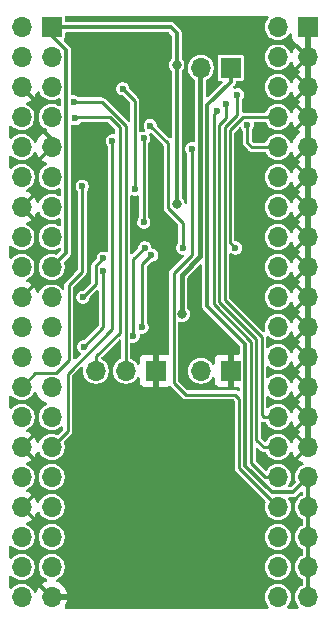
<source format=gbr>
%TF.GenerationSoftware,KiCad,Pcbnew,9.0.0*%
%TF.CreationDate,2025-03-31T20:31:44+01:00*%
%TF.ProjectId,TubeAdaptor,54756265-4164-4617-9074-6f722e6b6963,02a*%
%TF.SameCoordinates,Original*%
%TF.FileFunction,Copper,L2,Bot*%
%TF.FilePolarity,Positive*%
%FSLAX46Y46*%
G04 Gerber Fmt 4.6, Leading zero omitted, Abs format (unit mm)*
G04 Created by KiCad (PCBNEW 9.0.0) date 2025-03-31 20:31:44*
%MOMM*%
%LPD*%
G01*
G04 APERTURE LIST*
%TA.AperFunction,ComponentPad*%
%ADD10R,1.700000X1.700000*%
%TD*%
%TA.AperFunction,ComponentPad*%
%ADD11O,1.700000X1.700000*%
%TD*%
%TA.AperFunction,ViaPad*%
%ADD12C,0.600000*%
%TD*%
%TA.AperFunction,ViaPad*%
%ADD13C,0.800000*%
%TD*%
%TA.AperFunction,Conductor*%
%ADD14C,0.250000*%
%TD*%
%TA.AperFunction,Conductor*%
%ADD15C,0.350000*%
%TD*%
%TA.AperFunction,Conductor*%
%ADD16C,0.400000*%
%TD*%
G04 APERTURE END LIST*
D10*
%TO.P,JP1,1,Pin_1*%
%TO.N,/TPWR*%
X142138400Y-59309000D03*
D11*
%TO.P,JP1,2,Pin_2*%
%TO.N,/RPiPWR*%
X139598400Y-59309000D03*
%TD*%
D10*
%TO.P,SERIAL1,1,Pin_1*%
%TO.N,GND*%
X135788400Y-84963000D03*
D11*
%TO.P,SERIAL1,2,Pin_2*%
%TO.N,/SerTX*%
X133248400Y-84963000D03*
%TO.P,SERIAL1,3,Pin_3*%
%TO.N,/SerRX*%
X130708400Y-84963000D03*
%TD*%
D10*
%TO.P,PWR1,1,Pin_1*%
%TO.N,GND*%
X142138400Y-84963000D03*
D11*
%TO.P,PWR1,2,Pin_2*%
%TO.N,Net-(PWR1-Pin_2)*%
X139598400Y-84963000D03*
%TD*%
D10*
%TO.P,CN1,1,Pin_1*%
%TO.N,GND*%
X148678900Y-55880000D03*
D11*
%TO.P,CN1,2,Pin_2*%
%TO.N,/R~{W}*%
X146138900Y-55880000D03*
%TO.P,CN1,3,Pin_3*%
%TO.N,GND*%
X148678900Y-58420000D03*
%TO.P,CN1,4,Pin_4*%
%TO.N,/2MHz*%
X146138900Y-58420000D03*
%TO.P,CN1,5,Pin_5*%
%TO.N,GND*%
X148678900Y-60960000D03*
%TO.P,CN1,6,Pin_6*%
%TO.N,/~{IRQ}*%
X146138900Y-60960000D03*
%TO.P,CN1,7,Pin_7*%
%TO.N,GND*%
X148678900Y-63500000D03*
%TO.P,CN1,8,Pin_8*%
%TO.N,/~{TUBE}*%
X146138900Y-63500000D03*
%TO.P,CN1,9,Pin_9*%
%TO.N,GND*%
X148678900Y-66040000D03*
%TO.P,CN1,10,Pin_10*%
%TO.N,/~{RST}*%
X146138900Y-66040000D03*
%TO.P,CN1,11,Pin_11*%
%TO.N,GND*%
X148678900Y-68580000D03*
%TO.P,CN1,12,Pin_12*%
%TO.N,/D0*%
X146138900Y-68580000D03*
%TO.P,CN1,13,Pin_13*%
%TO.N,GND*%
X148678900Y-71120000D03*
%TO.P,CN1,14,Pin_14*%
%TO.N,/D1*%
X146138900Y-71120000D03*
%TO.P,CN1,15,Pin_15*%
%TO.N,GND*%
X148678900Y-73660000D03*
%TO.P,CN1,16,Pin_16*%
%TO.N,/D2*%
X146138900Y-73660000D03*
%TO.P,CN1,17,Pin_17*%
%TO.N,GND*%
X148678900Y-76200000D03*
%TO.P,CN1,18,Pin_18*%
%TO.N,/D3*%
X146138900Y-76200000D03*
%TO.P,CN1,19,Pin_19*%
%TO.N,GND*%
X148678900Y-78740000D03*
%TO.P,CN1,20,Pin_20*%
%TO.N,/D4*%
X146138900Y-78740000D03*
%TO.P,CN1,21,Pin_21*%
%TO.N,GND*%
X148678900Y-81280000D03*
%TO.P,CN1,22,Pin_22*%
%TO.N,/D5*%
X146138900Y-81280000D03*
%TO.P,CN1,23,Pin_23*%
%TO.N,GND*%
X148678900Y-83820000D03*
%TO.P,CN1,24,Pin_24*%
%TO.N,/D6*%
X146138900Y-83820000D03*
%TO.P,CN1,25,Pin_25*%
%TO.N,GND*%
X148678900Y-86360000D03*
%TO.P,CN1,26,Pin_26*%
%TO.N,/D7*%
X146138900Y-86360000D03*
%TO.P,CN1,27,Pin_27*%
%TO.N,GND*%
X148678900Y-88900000D03*
%TO.P,CN1,28,Pin_28*%
%TO.N,/A0*%
X146138900Y-88900000D03*
%TO.P,CN1,29,Pin_29*%
%TO.N,GND*%
X148678900Y-91440000D03*
%TO.P,CN1,30,Pin_30*%
%TO.N,/A1*%
X146138900Y-91440000D03*
%TO.P,CN1,31,Pin_31*%
%TO.N,/TPWR*%
X148678900Y-93980000D03*
%TO.P,CN1,32,Pin_32*%
%TO.N,/A2*%
X146138900Y-93980000D03*
%TO.P,CN1,33,Pin_33*%
%TO.N,/TPWR*%
X148678900Y-96520000D03*
%TO.P,CN1,34,Pin_34*%
%TO.N,/A3*%
X146138900Y-96520000D03*
%TO.P,CN1,35,Pin_35*%
%TO.N,/TPWR*%
X148678900Y-99060000D03*
%TO.P,CN1,36,Pin_36*%
%TO.N,/A4*%
X146138900Y-99060000D03*
%TO.P,CN1,37,Pin_37*%
%TO.N,/TPWR*%
X148678900Y-101600000D03*
%TO.P,CN1,38,Pin_38*%
%TO.N,/A5*%
X146138900Y-101600000D03*
%TO.P,CN1,39,Pin_39*%
%TO.N,/TPWR*%
X148678900Y-104140000D03*
%TO.P,CN1,40,Pin_40*%
%TO.N,/A6*%
X146138900Y-104140000D03*
%TD*%
D10*
%TO.P,CN2,1,Pin_1*%
%TO.N,+3V3*%
X126974600Y-55880000D03*
D11*
%TO.P,CN2,2,Pin_2*%
%TO.N,/RPiPWR*%
X124434600Y-55880000D03*
%TO.P,CN2,3,Pin_3*%
%TO.N,/LA1*%
X126974600Y-58420000D03*
%TO.P,CN2,4,Pin_4*%
%TO.N,/RPiPWR*%
X124434600Y-58420000D03*
%TO.P,CN2,5,Pin_5*%
%TO.N,/LA2*%
X126974600Y-60960000D03*
%TO.P,CN2,6,Pin_6*%
%TO.N,GND*%
X124434600Y-60960000D03*
%TO.P,CN2,7,Pin_7*%
%TO.N,/L~{RST}*%
X126974600Y-63500000D03*
%TO.P,CN2,8,Pin_8*%
%TO.N,/SerTX*%
X124434600Y-63500000D03*
%TO.P,CN2,9,Pin_9*%
%TO.N,GND*%
X126974600Y-66040000D03*
%TO.P,CN2,10,Pin_10*%
%TO.N,/SerRX*%
X124434600Y-66040000D03*
%TO.P,CN2,11,Pin_11*%
%TO.N,/L~{TUBE}*%
X126974600Y-68580000D03*
%TO.P,CN2,12,Pin_12*%
%TO.N,/LR~{W}*%
X124434600Y-68580000D03*
%TO.P,CN2,13,Pin_13*%
%TO.N,/LA0*%
X126974600Y-71120000D03*
%TO.P,CN2,14,Pin_14*%
%TO.N,GND*%
X124434600Y-71120000D03*
%TO.P,CN2,15,Pin_15*%
%TO.N,/LD4*%
X126974600Y-73660000D03*
%TO.P,CN2,16,Pin_16*%
%TO.N,/LD5*%
X124434600Y-73660000D03*
%TO.P,CN2,17,Pin_17*%
%TO.N,+3V3*%
X126974600Y-76200000D03*
%TO.P,CN2,18,Pin_18*%
%TO.N,/LD6*%
X124434600Y-76200000D03*
%TO.P,CN2,19,Pin_19*%
%TO.N,/LD2*%
X126974600Y-78740000D03*
%TO.P,CN2,20,Pin_20*%
%TO.N,GND*%
X124434600Y-78740000D03*
%TO.P,CN2,21,Pin_21*%
%TO.N,/LD1*%
X126974600Y-81280000D03*
%TO.P,CN2,22,Pin_22*%
%TO.N,/LD7*%
X124434600Y-81280000D03*
%TO.P,CN2,23,Pin_23*%
%TO.N,/LD3*%
X126974600Y-83820000D03*
%TO.P,CN2,24,Pin_24*%
%TO.N,/LD0*%
X124434600Y-83820000D03*
%TO.P,CN2,25,Pin_25*%
%TO.N,GND*%
X126974600Y-86360000D03*
%TO.P,CN2,26,Pin_26*%
%TO.N,/L2MHz*%
X124434600Y-86360000D03*
%TO.P,CN2,27,Pin_27*%
%TO.N,unconnected-(CN2-Pin_27-Pad27)*%
X126974600Y-88900000D03*
%TO.P,CN2,28,Pin_28*%
%TO.N,unconnected-(CN2-Pin_28-Pad28)*%
X124434600Y-88900000D03*
%TO.P,CN2,29,Pin_29*%
%TO.N,/LA3*%
X126974600Y-91440000D03*
%TO.P,CN2,30,Pin_30*%
%TO.N,GND*%
X124434600Y-91440000D03*
%TO.P,CN2,31,Pin_31*%
%TO.N,unconnected-(CN2-Pin_31-Pad31)*%
X126974600Y-93980000D03*
%TO.P,CN2,32,Pin_32*%
%TO.N,unconnected-(CN2-Pin_32-Pad32)*%
X124434600Y-93980000D03*
%TO.P,CN2,33,Pin_33*%
%TO.N,unconnected-(CN2-Pin_33-Pad33)*%
X126974600Y-96520000D03*
%TO.P,CN2,34,Pin_34*%
%TO.N,GND*%
X124434600Y-96520000D03*
%TO.P,CN2,35,Pin_35*%
%TO.N,unconnected-(CN2-Pin_35-Pad35)*%
X126974600Y-99060000D03*
%TO.P,CN2,36,Pin_36*%
%TO.N,unconnected-(CN2-Pin_36-Pad36)*%
X124434600Y-99060000D03*
%TO.P,CN2,37,Pin_37*%
%TO.N,unconnected-(CN2-Pin_37-Pad37)*%
X126974600Y-101600000D03*
%TO.P,CN2,38,Pin_38*%
%TO.N,unconnected-(CN2-Pin_38-Pad38)*%
X124434600Y-101600000D03*
%TO.P,CN2,39,Pin_39*%
%TO.N,GND*%
X126974600Y-104140000D03*
%TO.P,CN2,40,Pin_40*%
%TO.N,unconnected-(CN2-Pin_40-Pad40)*%
X124434600Y-104140000D03*
%TD*%
D12*
%TO.N,/A3*%
X138836400Y-66167000D03*
%TO.N,/A2*%
X140995400Y-62946000D03*
%TO.N,/A1*%
X141757400Y-62357000D03*
%TO.N,/A0*%
X142709900Y-61595000D03*
D13*
%TO.N,GND*%
X143662400Y-69850000D03*
X135015400Y-60971000D03*
X130200400Y-80518000D03*
X130810000Y-67284600D03*
D12*
X125679200Y-64084200D03*
%TO.N,/~{RST}*%
X143535400Y-64185800D03*
%TO.N,/R~{W}*%
X134766400Y-65278000D03*
X134772400Y-72390000D03*
%TO.N,/LA0*%
X134010400Y-69596000D03*
X132994400Y-61087000D03*
%TO.N,/LA3*%
X132105400Y-65506600D03*
%TO.N,/LD3*%
X131343400Y-76517500D03*
X129692400Y-82931000D03*
%TO.N,/SerRX*%
X128988400Y-63610000D03*
%TO.N,/SerTX*%
X128879600Y-62204600D03*
%TO.N,/LD2*%
X129628900Y-78740000D03*
X131343400Y-75438000D03*
%TO.N,/LD1*%
X135432800Y-75184000D03*
X134645400Y-81280000D03*
%TO.N,/LD0*%
X134874000Y-74549000D03*
X133883400Y-82042000D03*
D13*
%TO.N,+3V3*%
X137566400Y-70866000D03*
X137566400Y-59055000D03*
D12*
%TO.N,/L2MHz*%
X129575400Y-69342000D03*
D13*
%TO.N,/RPiPWR*%
X138023400Y-80175100D03*
D12*
%TO.N,/~{TUBE}*%
X142544800Y-74574400D03*
X138074400Y-74574400D03*
X135331200Y-64210000D03*
%TD*%
D14*
%TO.N,/A3*%
X142863391Y-93244491D02*
X146138900Y-96520000D01*
X138836400Y-75172000D02*
X137298400Y-76710000D01*
X137298400Y-76710000D02*
X137298400Y-85965000D01*
X142524361Y-86999961D02*
X142863391Y-87338991D01*
X138836400Y-66167000D02*
X138836400Y-75172000D01*
X142863391Y-87338991D02*
X142863391Y-93244491D01*
X138333361Y-86999961D02*
X142524361Y-86999961D01*
X137298400Y-85965000D02*
X138333361Y-86999961D01*
%TO.N,/A2*%
X143863411Y-82495803D02*
X143863411Y-92810393D01*
X140695401Y-63245999D02*
X140695401Y-79327793D01*
X140695401Y-79327793D02*
X143863411Y-82495803D01*
X140995400Y-62946000D02*
X140695401Y-63245999D01*
X145033018Y-93980000D02*
X146138900Y-93980000D01*
X143863411Y-92810393D02*
X145033018Y-93980000D01*
%TO.N,/A1*%
X144313421Y-90816602D02*
X144936819Y-91440000D01*
X141757400Y-62357000D02*
X141757400Y-63548411D01*
X144936819Y-91440000D02*
X146138900Y-91440000D01*
X144313420Y-82309416D02*
X144313421Y-90816602D01*
X141145411Y-79141407D02*
X144313420Y-82309416D01*
X141757400Y-63548411D02*
X141145411Y-64160400D01*
X141145411Y-64160400D02*
X141145411Y-79141407D01*
%TO.N,/A0*%
X142709900Y-63286731D02*
X141630400Y-64366231D01*
X144763429Y-88726610D02*
X144936819Y-88900000D01*
X144936819Y-88900000D02*
X146138900Y-88900000D01*
X141630400Y-64366231D02*
X141630400Y-78990000D01*
X142709900Y-61595000D02*
X142709900Y-63286731D01*
X144763429Y-82123029D02*
X144763429Y-88726610D01*
X141630400Y-78990000D02*
X144763429Y-82123029D01*
D15*
%TO.N,GND*%
X126974600Y-65379600D02*
X125679200Y-64084200D01*
X124434600Y-71120000D02*
X125749599Y-69805001D01*
X125749599Y-90125001D02*
X126650201Y-90125001D01*
X148678900Y-71120000D02*
X147472400Y-72326500D01*
X147453899Y-57194999D02*
X145485399Y-57194999D01*
X124434600Y-91440000D02*
X125749599Y-90125001D01*
X148678900Y-83820000D02*
X147408900Y-82550000D01*
X148678900Y-58420000D02*
X147408900Y-59690000D01*
X147408900Y-64770000D02*
X144741900Y-64770000D01*
X147408900Y-85090000D02*
X148678900Y-86360000D01*
X125659601Y-77514999D02*
X127924281Y-77514999D01*
X147408900Y-74930000D02*
X148678900Y-76200000D01*
X124434600Y-71120000D02*
X125659601Y-72345001D01*
X124434600Y-96520000D02*
X125659601Y-95294999D01*
X125659601Y-72345001D02*
X125659601Y-77514999D01*
X147408900Y-69850000D02*
X148678900Y-68580000D01*
X148678900Y-88900000D02*
X147408900Y-90170000D01*
X148678900Y-63500000D02*
X147408900Y-62230000D01*
X127924281Y-77514999D02*
X128900399Y-76538881D01*
X148678900Y-73660000D02*
X147408900Y-74930000D01*
X126974600Y-104140000D02*
X125659601Y-102825001D01*
X129565400Y-67310000D02*
X130810000Y-67310000D01*
X148678900Y-71120000D02*
X147408900Y-69850000D01*
X126974600Y-66040000D02*
X125749599Y-67265001D01*
X143662400Y-55372000D02*
X139106198Y-55372000D01*
X138373399Y-56104799D02*
X138373399Y-65068999D01*
X125749599Y-67265001D02*
X125749599Y-69805001D01*
X147408900Y-77470000D02*
X148678900Y-78740000D01*
X124434600Y-91440000D02*
X125659601Y-92665001D01*
X139106198Y-55372000D02*
X138373399Y-56104799D01*
X148678900Y-60960000D02*
X147408900Y-62230000D01*
X147408900Y-87630000D02*
X148678900Y-88900000D01*
X147472400Y-72453500D02*
X147472400Y-72326500D01*
X125679200Y-62204600D02*
X124434600Y-60960000D01*
X128900399Y-76538881D02*
X128900399Y-67975001D01*
X125679200Y-64084200D02*
X125679200Y-62204600D01*
X148678900Y-76200000D02*
X147408900Y-77470000D01*
X147408900Y-59690000D02*
X148678900Y-60960000D01*
X148678900Y-91440000D02*
X147408900Y-90170000D01*
X148678900Y-83820000D02*
X147408900Y-85090000D01*
X147408900Y-67310000D02*
X148678900Y-68580000D01*
X148678900Y-63500000D02*
X147408900Y-64770000D01*
X148678900Y-78740000D02*
X147408900Y-80010000D01*
X124434600Y-96520000D02*
X125704600Y-97790000D01*
X148678900Y-86360000D02*
X147408900Y-87630000D01*
X147408900Y-69850000D02*
X143662400Y-69850000D01*
X148678900Y-91440000D02*
X147408900Y-92710000D01*
X125659601Y-92665001D02*
X126599401Y-92665001D01*
X145485399Y-57194999D02*
X143662400Y-55372000D01*
X148678900Y-73660000D02*
X147472400Y-72453500D01*
X148678900Y-58420000D02*
X147453899Y-57194999D01*
X128900399Y-67975001D02*
X129565400Y-67310000D01*
X148678900Y-81280000D02*
X147408900Y-82550000D01*
X147408900Y-74930000D02*
X145186400Y-74930000D01*
X148678900Y-66040000D02*
X147408900Y-67310000D01*
X147408900Y-80010000D02*
X148678900Y-81280000D01*
X125659601Y-77514999D02*
X124434600Y-78740000D01*
D14*
%TO.N,/~{RST}*%
X143535400Y-64185800D02*
X143535400Y-65659000D01*
X143916400Y-66040000D02*
X146138900Y-66040000D01*
X143535400Y-65659000D02*
X143916400Y-66040000D01*
%TO.N,/R~{W}*%
X134772400Y-72390000D02*
X134772400Y-65284000D01*
X134772400Y-65284000D02*
X134766400Y-65278000D01*
%TO.N,/LA0*%
X134010400Y-69596000D02*
X134010400Y-62103000D01*
X134010400Y-62103000D02*
X132994400Y-61087000D01*
%TO.N,/LA3*%
X126974600Y-91440000D02*
X128333500Y-90081100D01*
X132110909Y-81437493D02*
X128333500Y-85214902D01*
X128333500Y-90081100D02*
X128333500Y-85214902D01*
X132110909Y-81437493D02*
X132105400Y-65506600D01*
%TO.N,/LD3*%
X131343400Y-81280000D02*
X129692400Y-82931000D01*
X131343400Y-76517500D02*
X131343400Y-81280000D01*
%TO.N,/SerRX*%
X130708400Y-84963000D02*
X130708400Y-83760919D01*
X130708400Y-83760919D02*
X132730401Y-81738918D01*
X128988400Y-63510000D02*
X131888400Y-63510000D01*
X131888400Y-63510000D02*
X132730401Y-64352001D01*
X132730401Y-81738918D02*
X132730401Y-64363600D01*
%TO.N,/SerTX*%
X128879600Y-62204600D02*
X131219410Y-62204600D01*
X133248400Y-64233590D02*
X131219410Y-62204600D01*
X133248400Y-84963000D02*
X133248400Y-64233590D01*
%TO.N,/LD2*%
X130708400Y-77660500D02*
X129628900Y-78740000D01*
X131343400Y-75438000D02*
X130718399Y-76063001D01*
X130718399Y-77650501D02*
X130708400Y-77660500D01*
X130718399Y-76063001D02*
X130718399Y-77650501D01*
%TO.N,/LD1*%
X135432800Y-75184000D02*
X134645400Y-75971400D01*
X134645400Y-75971400D02*
X134645400Y-81280000D01*
%TO.N,/LD0*%
X133883400Y-75539600D02*
X133883400Y-82042000D01*
X134874000Y-74549000D02*
X133883400Y-75539600D01*
D15*
%TO.N,+3V3*%
X126974600Y-56606998D02*
X128199601Y-57831999D01*
X137566400Y-59055000D02*
X137566400Y-56388000D01*
X137566400Y-59055000D02*
X137566400Y-70866000D01*
X126974600Y-76200000D02*
X128199601Y-74974999D01*
X126974600Y-55880000D02*
X126974600Y-56606998D01*
X128199601Y-74974999D02*
X128199601Y-57831999D01*
X137058400Y-55880000D02*
X137566400Y-56388000D01*
X126974600Y-55880000D02*
X137058400Y-55880000D01*
D14*
%TO.N,/L2MHz*%
X128441001Y-84092601D02*
X127348603Y-85184999D01*
X125609601Y-85184999D02*
X124434600Y-86360000D01*
X128441001Y-84092601D02*
X128441001Y-77705399D01*
X129575400Y-76571000D02*
X129575400Y-69342000D01*
X128441001Y-77705399D02*
X129575400Y-76571000D01*
X127348603Y-85184999D02*
X125609601Y-85184999D01*
D16*
%TO.N,/RPiPWR*%
X138023600Y-80174900D02*
X138023400Y-80175100D01*
X138023600Y-76835000D02*
X138023600Y-80174900D01*
X139573410Y-75285190D02*
X138023600Y-76835000D01*
X139573410Y-59333990D02*
X139573410Y-75285190D01*
D15*
%TO.N,/TPWR*%
X140148410Y-79487908D02*
X140148410Y-62498990D01*
X147408900Y-95250000D02*
X145595898Y-95250000D01*
X145595898Y-95250000D02*
X143363401Y-93017503D01*
X140148410Y-62498990D02*
X142138400Y-60509000D01*
X143363401Y-82702899D02*
X140148410Y-79487908D01*
X142138400Y-60509000D02*
X142138400Y-59309000D01*
X143363401Y-93017503D02*
X143363401Y-82702899D01*
X148678900Y-93980000D02*
X147408900Y-95250000D01*
X148678900Y-93980000D02*
X148678900Y-104140000D01*
D14*
%TO.N,/~{TUBE}*%
X146138900Y-63500000D02*
X143179800Y-63500000D01*
X142080410Y-64599390D02*
X142080410Y-74110010D01*
X142080410Y-74110010D02*
X142544800Y-74574400D01*
X136841399Y-71214001D02*
X138074400Y-72447002D01*
X136841399Y-65720199D02*
X136841399Y-71214001D01*
X138074400Y-72447002D02*
X138074400Y-74574400D01*
X143179800Y-63500000D02*
X142080410Y-64599390D01*
X135331200Y-64210000D02*
X136841399Y-65720199D01*
%TD*%
%TA.AperFunction,Conductor*%
%TO.N,GND*%
G36*
X132786933Y-82323247D02*
G01*
X132843768Y-82365794D01*
X132868579Y-82432314D01*
X132868900Y-82441303D01*
X132868900Y-83839543D01*
X132848898Y-83907664D01*
X132800103Y-83951809D01*
X132697858Y-84003906D01*
X132669512Y-84018349D01*
X132528864Y-84120536D01*
X132405936Y-84243464D01*
X132303749Y-84384112D01*
X132224821Y-84539017D01*
X132224818Y-84539023D01*
X132171098Y-84704357D01*
X132171097Y-84704360D01*
X132171097Y-84704362D01*
X132143900Y-84876074D01*
X132143900Y-85049926D01*
X132171097Y-85221638D01*
X132171098Y-85221642D01*
X132219983Y-85372096D01*
X132224820Y-85386981D01*
X132291343Y-85517539D01*
X132303749Y-85541887D01*
X132405936Y-85682535D01*
X132528864Y-85805463D01*
X132528867Y-85805465D01*
X132669516Y-85907653D01*
X132824419Y-85986580D01*
X132989762Y-86040303D01*
X133161474Y-86067500D01*
X133161477Y-86067500D01*
X133335323Y-86067500D01*
X133335326Y-86067500D01*
X133507038Y-86040303D01*
X133672381Y-85986580D01*
X133827284Y-85907653D01*
X133967933Y-85805465D01*
X134090865Y-85682533D01*
X134193053Y-85541884D01*
X134193054Y-85541881D01*
X134195638Y-85537666D01*
X134197023Y-85538514D01*
X134240870Y-85492079D01*
X134309783Y-85475006D01*
X134376987Y-85497900D01*
X134421145Y-85553493D01*
X134430400Y-85600891D01*
X134430400Y-85861597D01*
X134436905Y-85922093D01*
X134487955Y-86058964D01*
X134487955Y-86058965D01*
X134575495Y-86175904D01*
X134692434Y-86263444D01*
X134829306Y-86314494D01*
X134889802Y-86320999D01*
X134889815Y-86321000D01*
X135534400Y-86321000D01*
X135534400Y-85393702D01*
X135595407Y-85428925D01*
X135722574Y-85463000D01*
X135854226Y-85463000D01*
X135981393Y-85428925D01*
X136042400Y-85393702D01*
X136042400Y-86321000D01*
X136686985Y-86321000D01*
X136686997Y-86320999D01*
X136747493Y-86314494D01*
X136884361Y-86263445D01*
X136897484Y-86253621D01*
X136927215Y-86242530D01*
X136963998Y-86228807D01*
X136964003Y-86228807D01*
X136998016Y-86236204D01*
X137033374Y-86243892D01*
X137033378Y-86243894D01*
X137062086Y-86265381D01*
X137065381Y-86268676D01*
X137065383Y-86268677D01*
X137072563Y-86275857D01*
X137072564Y-86275859D01*
X137072570Y-86275864D01*
X138025274Y-87228568D01*
X138025295Y-87228591D01*
X138100335Y-87303631D01*
X138100340Y-87303635D01*
X138100342Y-87303637D01*
X138100343Y-87303638D01*
X138100345Y-87303639D01*
X138186875Y-87353597D01*
X138186879Y-87353599D01*
X138207276Y-87359064D01*
X138283399Y-87379462D01*
X138383323Y-87379462D01*
X138383327Y-87379461D01*
X142314977Y-87379461D01*
X142383098Y-87399463D01*
X142404072Y-87416366D01*
X142446986Y-87459280D01*
X142481012Y-87521592D01*
X142483891Y-87548375D01*
X142483891Y-93194525D01*
X142483890Y-93194529D01*
X142483890Y-93294453D01*
X142501772Y-93361188D01*
X142504304Y-93370639D01*
X142504305Y-93370644D01*
X142509752Y-93390971D01*
X142559712Y-93477506D01*
X142559720Y-93477516D01*
X142637547Y-93555343D01*
X142637561Y-93555355D01*
X145076148Y-95993942D01*
X145110174Y-96056254D01*
X145106886Y-96121972D01*
X145061598Y-96261355D01*
X145061597Y-96261362D01*
X145034400Y-96433074D01*
X145034400Y-96606926D01*
X145051200Y-96712993D01*
X145061598Y-96778642D01*
X145093182Y-96875849D01*
X145115320Y-96943981D01*
X145194247Y-97098884D01*
X145194249Y-97098887D01*
X145296436Y-97239535D01*
X145419364Y-97362463D01*
X145419367Y-97362465D01*
X145560016Y-97464653D01*
X145714919Y-97543580D01*
X145880262Y-97597303D01*
X146051974Y-97624500D01*
X146051977Y-97624500D01*
X146225823Y-97624500D01*
X146225826Y-97624500D01*
X146397538Y-97597303D01*
X146562881Y-97543580D01*
X146717784Y-97464653D01*
X146858433Y-97362465D01*
X146981365Y-97239533D01*
X147083553Y-97098884D01*
X147162480Y-96943981D01*
X147216203Y-96778638D01*
X147243400Y-96606926D01*
X147243400Y-96433074D01*
X147216203Y-96261362D01*
X147162480Y-96096019D01*
X147083553Y-95941116D01*
X147083551Y-95941113D01*
X147083550Y-95941111D01*
X147038831Y-95879562D01*
X147014972Y-95812694D01*
X147031051Y-95743543D01*
X147081965Y-95694062D01*
X147140766Y-95679500D01*
X147465443Y-95679500D01*
X147465445Y-95679500D01*
X147574681Y-95650230D01*
X147610528Y-95629533D01*
X147672619Y-95593686D01*
X148034305Y-95232000D01*
X148096617Y-95197974D01*
X148167432Y-95203039D01*
X148224268Y-95245586D01*
X148249079Y-95312106D01*
X148249400Y-95321095D01*
X148249400Y-95422019D01*
X148229398Y-95490140D01*
X148180603Y-95534286D01*
X148100013Y-95575348D01*
X147959364Y-95677536D01*
X147836436Y-95800464D01*
X147734249Y-95941112D01*
X147655321Y-96096017D01*
X147655318Y-96096023D01*
X147601598Y-96261357D01*
X147601597Y-96261360D01*
X147601597Y-96261362D01*
X147574400Y-96433074D01*
X147574400Y-96606926D01*
X147591200Y-96712993D01*
X147601598Y-96778642D01*
X147633182Y-96875849D01*
X147655320Y-96943981D01*
X147734247Y-97098884D01*
X147734249Y-97098887D01*
X147836436Y-97239535D01*
X147959364Y-97362463D01*
X148100015Y-97464652D01*
X148100019Y-97464655D01*
X148180602Y-97505713D01*
X148232217Y-97554460D01*
X148249400Y-97617980D01*
X148249400Y-97962019D01*
X148229398Y-98030140D01*
X148180603Y-98074286D01*
X148100013Y-98115348D01*
X147959364Y-98217536D01*
X147836436Y-98340464D01*
X147734249Y-98481112D01*
X147655321Y-98636017D01*
X147655318Y-98636023D01*
X147601598Y-98801357D01*
X147601597Y-98801360D01*
X147601597Y-98801362D01*
X147574400Y-98973074D01*
X147574400Y-99146926D01*
X147601597Y-99318638D01*
X147655320Y-99483981D01*
X147655321Y-99483982D01*
X147734249Y-99638887D01*
X147836436Y-99779535D01*
X147959364Y-99902463D01*
X148100015Y-100004652D01*
X148100019Y-100004655D01*
X148180602Y-100045713D01*
X148232217Y-100094460D01*
X148249400Y-100157980D01*
X148249400Y-100502019D01*
X148229398Y-100570140D01*
X148180603Y-100614286D01*
X148100013Y-100655348D01*
X147959364Y-100757536D01*
X147836436Y-100880464D01*
X147734249Y-101021112D01*
X147655321Y-101176017D01*
X147655318Y-101176023D01*
X147601598Y-101341357D01*
X147601597Y-101341360D01*
X147601597Y-101341362D01*
X147574400Y-101513074D01*
X147574400Y-101686926D01*
X147601597Y-101858638D01*
X147655320Y-102023981D01*
X147655321Y-102023982D01*
X147734249Y-102178887D01*
X147836436Y-102319535D01*
X147959364Y-102442463D01*
X148100015Y-102544652D01*
X148100019Y-102544655D01*
X148180602Y-102585713D01*
X148232217Y-102634460D01*
X148249400Y-102697980D01*
X148249400Y-103042019D01*
X148229398Y-103110140D01*
X148180603Y-103154286D01*
X148100013Y-103195348D01*
X147959364Y-103297536D01*
X147836436Y-103420464D01*
X147734249Y-103561112D01*
X147655321Y-103716017D01*
X147655318Y-103716023D01*
X147601598Y-103881357D01*
X147601597Y-103881360D01*
X147601597Y-103881362D01*
X147574400Y-104053074D01*
X147574400Y-104226926D01*
X147601597Y-104398638D01*
X147601598Y-104398642D01*
X147655269Y-104563826D01*
X147655320Y-104563981D01*
X147734247Y-104718884D01*
X147734249Y-104718887D01*
X147836436Y-104859535D01*
X147871306Y-104894405D01*
X147905332Y-104956717D01*
X147900267Y-105027532D01*
X147857720Y-105084368D01*
X147791200Y-105109179D01*
X147782211Y-105109500D01*
X147035589Y-105109500D01*
X146967468Y-105089498D01*
X146920975Y-105035842D01*
X146910871Y-104965568D01*
X146940365Y-104900988D01*
X146946494Y-104894405D01*
X146981360Y-104859538D01*
X146981363Y-104859535D01*
X146981365Y-104859533D01*
X147083553Y-104718884D01*
X147162480Y-104563981D01*
X147216203Y-104398638D01*
X147243400Y-104226926D01*
X147243400Y-104053074D01*
X147216203Y-103881362D01*
X147162480Y-103716019D01*
X147083553Y-103561116D01*
X146981365Y-103420467D01*
X146981363Y-103420464D01*
X146858435Y-103297536D01*
X146717787Y-103195349D01*
X146717786Y-103195348D01*
X146717784Y-103195347D01*
X146562881Y-103116420D01*
X146562878Y-103116419D01*
X146562876Y-103116418D01*
X146397542Y-103062698D01*
X146397540Y-103062697D01*
X146397538Y-103062697D01*
X146225826Y-103035500D01*
X146051974Y-103035500D01*
X145880262Y-103062697D01*
X145880260Y-103062697D01*
X145880257Y-103062698D01*
X145714923Y-103116418D01*
X145714917Y-103116421D01*
X145560012Y-103195349D01*
X145419364Y-103297536D01*
X145296436Y-103420464D01*
X145194249Y-103561112D01*
X145115321Y-103716017D01*
X145115318Y-103716023D01*
X145061598Y-103881357D01*
X145061597Y-103881360D01*
X145061597Y-103881362D01*
X145034400Y-104053074D01*
X145034400Y-104226926D01*
X145061597Y-104398638D01*
X145061598Y-104398642D01*
X145115269Y-104563826D01*
X145115320Y-104563981D01*
X145194247Y-104718884D01*
X145194249Y-104718887D01*
X145296436Y-104859535D01*
X145331306Y-104894405D01*
X145365332Y-104956717D01*
X145360267Y-105027532D01*
X145317720Y-105084368D01*
X145251200Y-105109179D01*
X145242211Y-105109500D01*
X128196086Y-105109500D01*
X128127965Y-105089498D01*
X128081472Y-105035842D01*
X128071368Y-104965568D01*
X128094150Y-104909439D01*
X128136063Y-104851750D01*
X128233106Y-104661292D01*
X128233109Y-104661286D01*
X128299159Y-104458004D01*
X128309298Y-104394000D01*
X127405303Y-104394000D01*
X127440525Y-104332993D01*
X127474600Y-104205826D01*
X127474600Y-104074174D01*
X127440525Y-103947007D01*
X127405303Y-103886000D01*
X128309297Y-103886000D01*
X128299159Y-103821995D01*
X128233109Y-103618713D01*
X128233106Y-103618707D01*
X128136063Y-103428249D01*
X128010422Y-103255320D01*
X127859279Y-103104177D01*
X127686350Y-102978536D01*
X127495892Y-102881493D01*
X127495889Y-102881492D01*
X127416691Y-102855758D01*
X127358085Y-102815684D01*
X127330449Y-102750287D01*
X127342556Y-102680330D01*
X127390563Y-102628024D01*
X127398426Y-102623658D01*
X127398575Y-102623581D01*
X127398581Y-102623580D01*
X127553484Y-102544653D01*
X127694133Y-102442465D01*
X127817065Y-102319533D01*
X127919253Y-102178884D01*
X127998180Y-102023981D01*
X128051903Y-101858638D01*
X128079100Y-101686926D01*
X128079100Y-101513074D01*
X145034400Y-101513074D01*
X145034400Y-101686926D01*
X145061597Y-101858638D01*
X145115320Y-102023981D01*
X145115321Y-102023982D01*
X145194249Y-102178887D01*
X145296436Y-102319535D01*
X145419364Y-102442463D01*
X145419367Y-102442465D01*
X145560016Y-102544653D01*
X145714919Y-102623580D01*
X145880262Y-102677303D01*
X146051974Y-102704500D01*
X146051977Y-102704500D01*
X146225823Y-102704500D01*
X146225826Y-102704500D01*
X146397538Y-102677303D01*
X146562881Y-102623580D01*
X146717784Y-102544653D01*
X146858433Y-102442465D01*
X146981365Y-102319533D01*
X147083553Y-102178884D01*
X147162480Y-102023981D01*
X147216203Y-101858638D01*
X147243400Y-101686926D01*
X147243400Y-101513074D01*
X147216203Y-101341362D01*
X147162480Y-101176019D01*
X147083553Y-101021116D01*
X146981365Y-100880467D01*
X146981363Y-100880464D01*
X146858435Y-100757536D01*
X146717787Y-100655349D01*
X146717786Y-100655348D01*
X146717784Y-100655347D01*
X146562881Y-100576420D01*
X146562878Y-100576419D01*
X146562876Y-100576418D01*
X146397542Y-100522698D01*
X146397540Y-100522697D01*
X146397538Y-100522697D01*
X146225826Y-100495500D01*
X146051974Y-100495500D01*
X145880262Y-100522697D01*
X145880260Y-100522697D01*
X145880257Y-100522698D01*
X145714923Y-100576418D01*
X145714917Y-100576421D01*
X145560012Y-100655349D01*
X145419364Y-100757536D01*
X145296436Y-100880464D01*
X145194249Y-101021112D01*
X145115321Y-101176017D01*
X145115318Y-101176023D01*
X145061598Y-101341357D01*
X145061597Y-101341360D01*
X145061597Y-101341362D01*
X145034400Y-101513074D01*
X128079100Y-101513074D01*
X128051903Y-101341362D01*
X127998180Y-101176019D01*
X127919253Y-101021116D01*
X127817065Y-100880467D01*
X127817063Y-100880464D01*
X127694135Y-100757536D01*
X127553487Y-100655349D01*
X127553486Y-100655348D01*
X127553484Y-100655347D01*
X127398581Y-100576420D01*
X127398578Y-100576419D01*
X127398576Y-100576418D01*
X127233242Y-100522698D01*
X127233240Y-100522697D01*
X127233238Y-100522697D01*
X127061526Y-100495500D01*
X126887674Y-100495500D01*
X126715962Y-100522697D01*
X126715960Y-100522697D01*
X126715957Y-100522698D01*
X126550623Y-100576418D01*
X126550617Y-100576421D01*
X126395712Y-100655349D01*
X126255064Y-100757536D01*
X126132136Y-100880464D01*
X126029949Y-101021112D01*
X125951021Y-101176017D01*
X125951018Y-101176023D01*
X125897298Y-101341357D01*
X125897297Y-101341360D01*
X125897297Y-101341362D01*
X125870100Y-101513074D01*
X125870100Y-101686926D01*
X125897297Y-101858638D01*
X125951020Y-102023981D01*
X125951021Y-102023982D01*
X126029949Y-102178887D01*
X126132136Y-102319535D01*
X126255064Y-102442463D01*
X126255067Y-102442465D01*
X126395716Y-102544653D01*
X126550619Y-102623580D01*
X126550624Y-102623581D01*
X126550774Y-102623658D01*
X126602389Y-102672406D01*
X126619455Y-102741321D01*
X126596554Y-102808523D01*
X126540957Y-102852675D01*
X126532509Y-102855758D01*
X126453307Y-102881493D01*
X126262849Y-102978536D01*
X126089920Y-103104177D01*
X125938777Y-103255320D01*
X125813136Y-103428249D01*
X125716093Y-103618707D01*
X125690358Y-103697909D01*
X125650283Y-103756514D01*
X125584886Y-103784150D01*
X125514930Y-103772042D01*
X125462624Y-103724036D01*
X125458258Y-103716174D01*
X125458181Y-103716023D01*
X125458180Y-103716019D01*
X125379253Y-103561116D01*
X125277065Y-103420467D01*
X125277063Y-103420464D01*
X125154135Y-103297536D01*
X125013487Y-103195349D01*
X125013486Y-103195348D01*
X125013484Y-103195347D01*
X124858581Y-103116420D01*
X124858578Y-103116419D01*
X124858576Y-103116418D01*
X124693242Y-103062698D01*
X124693240Y-103062697D01*
X124693238Y-103062697D01*
X124521526Y-103035500D01*
X124347674Y-103035500D01*
X124175962Y-103062697D01*
X124175960Y-103062697D01*
X124175957Y-103062698D01*
X124010623Y-103116418D01*
X124010617Y-103116421D01*
X123855712Y-103195349D01*
X123715064Y-103297536D01*
X123715061Y-103297539D01*
X123603995Y-103408606D01*
X123541683Y-103442632D01*
X123470868Y-103437567D01*
X123414032Y-103395020D01*
X123389221Y-103328500D01*
X123388900Y-103319511D01*
X123388900Y-102420489D01*
X123408902Y-102352368D01*
X123462558Y-102305875D01*
X123532832Y-102295771D01*
X123597412Y-102325265D01*
X123603995Y-102331394D01*
X123715064Y-102442463D01*
X123715067Y-102442465D01*
X123855716Y-102544653D01*
X124010619Y-102623580D01*
X124175962Y-102677303D01*
X124347674Y-102704500D01*
X124347677Y-102704500D01*
X124521523Y-102704500D01*
X124521526Y-102704500D01*
X124693238Y-102677303D01*
X124858581Y-102623580D01*
X125013484Y-102544653D01*
X125154133Y-102442465D01*
X125277065Y-102319533D01*
X125379253Y-102178884D01*
X125458180Y-102023981D01*
X125511903Y-101858638D01*
X125539100Y-101686926D01*
X125539100Y-101513074D01*
X125511903Y-101341362D01*
X125458180Y-101176019D01*
X125379253Y-101021116D01*
X125277065Y-100880467D01*
X125277063Y-100880464D01*
X125154135Y-100757536D01*
X125013487Y-100655349D01*
X125013486Y-100655348D01*
X125013484Y-100655347D01*
X124858581Y-100576420D01*
X124858578Y-100576419D01*
X124858576Y-100576418D01*
X124693242Y-100522698D01*
X124693240Y-100522697D01*
X124693238Y-100522697D01*
X124521526Y-100495500D01*
X124347674Y-100495500D01*
X124175962Y-100522697D01*
X124175960Y-100522697D01*
X124175957Y-100522698D01*
X124010623Y-100576418D01*
X124010617Y-100576421D01*
X123855712Y-100655349D01*
X123715064Y-100757536D01*
X123715061Y-100757539D01*
X123603995Y-100868606D01*
X123541683Y-100902632D01*
X123470868Y-100897567D01*
X123414032Y-100855020D01*
X123389221Y-100788500D01*
X123388900Y-100779511D01*
X123388900Y-99880489D01*
X123408902Y-99812368D01*
X123462558Y-99765875D01*
X123532832Y-99755771D01*
X123597412Y-99785265D01*
X123603995Y-99791394D01*
X123715064Y-99902463D01*
X123715067Y-99902465D01*
X123855716Y-100004653D01*
X124010619Y-100083580D01*
X124175962Y-100137303D01*
X124347674Y-100164500D01*
X124347677Y-100164500D01*
X124521523Y-100164500D01*
X124521526Y-100164500D01*
X124693238Y-100137303D01*
X124858581Y-100083580D01*
X125013484Y-100004653D01*
X125154133Y-99902465D01*
X125277065Y-99779533D01*
X125379253Y-99638884D01*
X125458180Y-99483981D01*
X125511903Y-99318638D01*
X125539100Y-99146926D01*
X125539100Y-98973074D01*
X125870100Y-98973074D01*
X125870100Y-99146926D01*
X125897297Y-99318638D01*
X125951020Y-99483981D01*
X125951021Y-99483982D01*
X126029949Y-99638887D01*
X126132136Y-99779535D01*
X126255064Y-99902463D01*
X126255067Y-99902465D01*
X126395716Y-100004653D01*
X126550619Y-100083580D01*
X126715962Y-100137303D01*
X126887674Y-100164500D01*
X126887677Y-100164500D01*
X127061523Y-100164500D01*
X127061526Y-100164500D01*
X127233238Y-100137303D01*
X127398581Y-100083580D01*
X127553484Y-100004653D01*
X127694133Y-99902465D01*
X127817065Y-99779533D01*
X127919253Y-99638884D01*
X127998180Y-99483981D01*
X128051903Y-99318638D01*
X128079100Y-99146926D01*
X128079100Y-98973074D01*
X145034400Y-98973074D01*
X145034400Y-99146926D01*
X145061597Y-99318638D01*
X145115320Y-99483981D01*
X145115321Y-99483982D01*
X145194249Y-99638887D01*
X145296436Y-99779535D01*
X145419364Y-99902463D01*
X145419367Y-99902465D01*
X145560016Y-100004653D01*
X145714919Y-100083580D01*
X145880262Y-100137303D01*
X146051974Y-100164500D01*
X146051977Y-100164500D01*
X146225823Y-100164500D01*
X146225826Y-100164500D01*
X146397538Y-100137303D01*
X146562881Y-100083580D01*
X146717784Y-100004653D01*
X146858433Y-99902465D01*
X146981365Y-99779533D01*
X147083553Y-99638884D01*
X147162480Y-99483981D01*
X147216203Y-99318638D01*
X147243400Y-99146926D01*
X147243400Y-98973074D01*
X147216203Y-98801362D01*
X147162480Y-98636019D01*
X147083553Y-98481116D01*
X146981365Y-98340467D01*
X146981363Y-98340464D01*
X146858435Y-98217536D01*
X146717787Y-98115349D01*
X146717786Y-98115348D01*
X146717784Y-98115347D01*
X146562881Y-98036420D01*
X146562878Y-98036419D01*
X146562876Y-98036418D01*
X146397542Y-97982698D01*
X146397540Y-97982697D01*
X146397538Y-97982697D01*
X146225826Y-97955500D01*
X146051974Y-97955500D01*
X145880262Y-97982697D01*
X145880260Y-97982697D01*
X145880257Y-97982698D01*
X145714923Y-98036418D01*
X145714917Y-98036421D01*
X145560012Y-98115349D01*
X145419364Y-98217536D01*
X145296436Y-98340464D01*
X145194249Y-98481112D01*
X145115321Y-98636017D01*
X145115318Y-98636023D01*
X145061598Y-98801357D01*
X145061597Y-98801360D01*
X145061597Y-98801362D01*
X145034400Y-98973074D01*
X128079100Y-98973074D01*
X128051903Y-98801362D01*
X127998180Y-98636019D01*
X127919253Y-98481116D01*
X127817065Y-98340467D01*
X127817063Y-98340464D01*
X127694135Y-98217536D01*
X127553487Y-98115349D01*
X127553486Y-98115348D01*
X127553484Y-98115347D01*
X127398581Y-98036420D01*
X127398578Y-98036419D01*
X127398576Y-98036418D01*
X127233242Y-97982698D01*
X127233240Y-97982697D01*
X127233238Y-97982697D01*
X127061526Y-97955500D01*
X126887674Y-97955500D01*
X126715962Y-97982697D01*
X126715960Y-97982697D01*
X126715957Y-97982698D01*
X126550623Y-98036418D01*
X126550617Y-98036421D01*
X126395712Y-98115349D01*
X126255064Y-98217536D01*
X126132136Y-98340464D01*
X126029949Y-98481112D01*
X125951021Y-98636017D01*
X125951018Y-98636023D01*
X125897298Y-98801357D01*
X125897297Y-98801360D01*
X125897297Y-98801362D01*
X125870100Y-98973074D01*
X125539100Y-98973074D01*
X125511903Y-98801362D01*
X125458180Y-98636019D01*
X125379253Y-98481116D01*
X125277065Y-98340467D01*
X125277063Y-98340464D01*
X125154135Y-98217536D01*
X125013487Y-98115349D01*
X125013486Y-98115348D01*
X125013484Y-98115347D01*
X124858581Y-98036420D01*
X124858578Y-98036419D01*
X124858425Y-98036341D01*
X124806810Y-97987593D01*
X124789744Y-97918678D01*
X124812645Y-97851476D01*
X124868242Y-97807324D01*
X124876692Y-97804241D01*
X124955886Y-97778509D01*
X124955892Y-97778506D01*
X125146350Y-97681463D01*
X125319279Y-97555822D01*
X125470422Y-97404679D01*
X125596063Y-97231750D01*
X125693106Y-97041292D01*
X125693109Y-97041286D01*
X125718841Y-96962092D01*
X125758914Y-96903486D01*
X125824311Y-96875849D01*
X125894268Y-96887956D01*
X125946574Y-96935962D01*
X125950941Y-96943825D01*
X125951018Y-96943976D01*
X125951020Y-96943981D01*
X126029947Y-97098884D01*
X126029949Y-97098887D01*
X126132136Y-97239535D01*
X126255064Y-97362463D01*
X126255067Y-97362465D01*
X126395716Y-97464653D01*
X126550619Y-97543580D01*
X126715962Y-97597303D01*
X126887674Y-97624500D01*
X126887677Y-97624500D01*
X127061523Y-97624500D01*
X127061526Y-97624500D01*
X127233238Y-97597303D01*
X127398581Y-97543580D01*
X127553484Y-97464653D01*
X127694133Y-97362465D01*
X127817065Y-97239533D01*
X127919253Y-97098884D01*
X127998180Y-96943981D01*
X128051903Y-96778638D01*
X128079100Y-96606926D01*
X128079100Y-96433074D01*
X128051903Y-96261362D01*
X127998180Y-96096019D01*
X127919253Y-95941116D01*
X127874531Y-95879562D01*
X127817063Y-95800464D01*
X127694135Y-95677536D01*
X127553487Y-95575349D01*
X127553486Y-95575348D01*
X127553484Y-95575347D01*
X127398581Y-95496420D01*
X127398578Y-95496419D01*
X127398576Y-95496418D01*
X127233242Y-95442698D01*
X127233240Y-95442697D01*
X127233238Y-95442697D01*
X127061526Y-95415500D01*
X126887674Y-95415500D01*
X126715962Y-95442697D01*
X126715960Y-95442697D01*
X126715957Y-95442698D01*
X126550623Y-95496418D01*
X126550617Y-95496421D01*
X126395712Y-95575349D01*
X126255064Y-95677536D01*
X126132136Y-95800464D01*
X126029948Y-95941113D01*
X125950941Y-96096174D01*
X125902192Y-96147789D01*
X125833278Y-96164855D01*
X125766076Y-96141954D01*
X125721924Y-96086356D01*
X125718841Y-96077908D01*
X125693107Y-95998709D01*
X125693106Y-95998707D01*
X125596063Y-95808249D01*
X125470422Y-95635320D01*
X125319279Y-95484177D01*
X125146350Y-95358536D01*
X124955892Y-95261493D01*
X124955889Y-95261492D01*
X124876691Y-95235758D01*
X124818085Y-95195684D01*
X124790449Y-95130287D01*
X124802556Y-95060330D01*
X124850563Y-95008024D01*
X124858426Y-95003658D01*
X124858575Y-95003581D01*
X124858581Y-95003580D01*
X125013484Y-94924653D01*
X125154133Y-94822465D01*
X125277065Y-94699533D01*
X125379253Y-94558884D01*
X125458180Y-94403981D01*
X125511903Y-94238638D01*
X125539100Y-94066926D01*
X125539100Y-93893074D01*
X125870100Y-93893074D01*
X125870100Y-94066926D01*
X125897297Y-94238638D01*
X125897298Y-94238642D01*
X125949105Y-94398089D01*
X125951020Y-94403981D01*
X126029947Y-94558884D01*
X126029949Y-94558887D01*
X126132136Y-94699535D01*
X126255064Y-94822463D01*
X126255067Y-94822465D01*
X126395716Y-94924653D01*
X126550619Y-95003580D01*
X126715962Y-95057303D01*
X126887674Y-95084500D01*
X126887677Y-95084500D01*
X127061523Y-95084500D01*
X127061526Y-95084500D01*
X127233238Y-95057303D01*
X127398581Y-95003580D01*
X127553484Y-94924653D01*
X127694133Y-94822465D01*
X127817065Y-94699533D01*
X127919253Y-94558884D01*
X127998180Y-94403981D01*
X128051903Y-94238638D01*
X128079100Y-94066926D01*
X128079100Y-93893074D01*
X128051903Y-93721362D01*
X127998180Y-93556019D01*
X127919253Y-93401116D01*
X127884192Y-93352859D01*
X127817063Y-93260464D01*
X127694135Y-93137536D01*
X127553487Y-93035349D01*
X127553486Y-93035348D01*
X127553484Y-93035347D01*
X127398581Y-92956420D01*
X127398578Y-92956419D01*
X127398576Y-92956418D01*
X127233242Y-92902698D01*
X127233240Y-92902697D01*
X127233238Y-92902697D01*
X127061526Y-92875500D01*
X126887674Y-92875500D01*
X126715962Y-92902697D01*
X126715960Y-92902697D01*
X126715957Y-92902698D01*
X126550623Y-92956418D01*
X126550617Y-92956421D01*
X126395712Y-93035349D01*
X126255064Y-93137536D01*
X126132136Y-93260464D01*
X126029949Y-93401112D01*
X125951021Y-93556017D01*
X125951018Y-93556023D01*
X125897298Y-93721357D01*
X125897297Y-93721360D01*
X125897297Y-93721362D01*
X125870100Y-93893074D01*
X125539100Y-93893074D01*
X125511903Y-93721362D01*
X125458180Y-93556019D01*
X125379253Y-93401116D01*
X125344192Y-93352859D01*
X125277063Y-93260464D01*
X125154135Y-93137536D01*
X125013487Y-93035349D01*
X125013486Y-93035348D01*
X125013484Y-93035347D01*
X124858581Y-92956420D01*
X124858578Y-92956419D01*
X124858425Y-92956341D01*
X124806810Y-92907593D01*
X124789744Y-92838678D01*
X124812645Y-92771476D01*
X124868242Y-92727324D01*
X124876692Y-92724241D01*
X124955886Y-92698509D01*
X124955892Y-92698506D01*
X125146350Y-92601463D01*
X125319279Y-92475822D01*
X125470422Y-92324679D01*
X125596063Y-92151750D01*
X125693106Y-91961292D01*
X125693109Y-91961286D01*
X125718841Y-91882092D01*
X125758914Y-91823486D01*
X125824311Y-91795849D01*
X125894268Y-91807956D01*
X125946574Y-91855962D01*
X125950941Y-91863825D01*
X125951018Y-91863976D01*
X125951020Y-91863981D01*
X126029947Y-92018884D01*
X126029949Y-92018887D01*
X126132136Y-92159535D01*
X126255064Y-92282463D01*
X126255067Y-92282465D01*
X126395716Y-92384653D01*
X126550619Y-92463580D01*
X126715962Y-92517303D01*
X126887674Y-92544500D01*
X126887677Y-92544500D01*
X127061523Y-92544500D01*
X127061526Y-92544500D01*
X127233238Y-92517303D01*
X127398581Y-92463580D01*
X127553484Y-92384653D01*
X127694133Y-92282465D01*
X127817065Y-92159533D01*
X127919253Y-92018884D01*
X127998180Y-91863981D01*
X128051903Y-91698638D01*
X128079100Y-91526926D01*
X128079100Y-91353074D01*
X128051903Y-91181362D01*
X128006611Y-91041969D01*
X128004584Y-90971006D01*
X128037348Y-90913944D01*
X128556142Y-90395150D01*
X128556152Y-90395143D01*
X128637170Y-90314125D01*
X128637176Y-90314119D01*
X128687138Y-90227582D01*
X128692603Y-90207184D01*
X128713001Y-90131062D01*
X128713001Y-90031138D01*
X128713000Y-90031134D01*
X128713000Y-85424286D01*
X128733002Y-85356165D01*
X128749899Y-85335196D01*
X129404009Y-84681086D01*
X129466318Y-84647064D01*
X129537133Y-84652128D01*
X129593969Y-84694675D01*
X129618780Y-84761195D01*
X129617550Y-84789892D01*
X129603900Y-84876074D01*
X129603900Y-85049926D01*
X129631097Y-85221638D01*
X129631098Y-85221642D01*
X129679983Y-85372096D01*
X129684820Y-85386981D01*
X129751343Y-85517539D01*
X129763749Y-85541887D01*
X129865936Y-85682535D01*
X129988864Y-85805463D01*
X129988867Y-85805465D01*
X130129516Y-85907653D01*
X130284419Y-85986580D01*
X130449762Y-86040303D01*
X130621474Y-86067500D01*
X130621477Y-86067500D01*
X130795323Y-86067500D01*
X130795326Y-86067500D01*
X130967038Y-86040303D01*
X131132381Y-85986580D01*
X131287284Y-85907653D01*
X131427933Y-85805465D01*
X131550865Y-85682533D01*
X131653053Y-85541884D01*
X131731980Y-85386981D01*
X131785703Y-85221638D01*
X131812900Y-85049926D01*
X131812900Y-84876074D01*
X131785703Y-84704362D01*
X131731980Y-84539019D01*
X131653053Y-84384116D01*
X131551239Y-84243982D01*
X131550863Y-84243464D01*
X131427935Y-84120536D01*
X131287284Y-84018347D01*
X131243319Y-83995945D01*
X131191704Y-83947196D01*
X131174639Y-83878281D01*
X131197541Y-83811080D01*
X131211422Y-83794590D01*
X132653805Y-82352208D01*
X132716117Y-82318182D01*
X132786933Y-82323247D01*
G37*
%TD.AperFunction*%
%TA.AperFunction,Conductor*%
G36*
X144373294Y-91464205D02*
G01*
X144386843Y-91462258D01*
X144407309Y-91471605D01*
X144429296Y-91476388D01*
X144447309Y-91489873D01*
X144451423Y-91491752D01*
X144458006Y-91497881D01*
X144628732Y-91668607D01*
X144628753Y-91668630D01*
X144703793Y-91743670D01*
X144703798Y-91743674D01*
X144703800Y-91743676D01*
X144790337Y-91793638D01*
X144804340Y-91797390D01*
X144886857Y-91819501D01*
X144986781Y-91819501D01*
X144986785Y-91819500D01*
X145015443Y-91819500D01*
X145083564Y-91839502D01*
X145127709Y-91888296D01*
X145164902Y-91961292D01*
X145194249Y-92018887D01*
X145296436Y-92159535D01*
X145419364Y-92282463D01*
X145419367Y-92282465D01*
X145560016Y-92384653D01*
X145714919Y-92463580D01*
X145880262Y-92517303D01*
X146051974Y-92544500D01*
X146051977Y-92544500D01*
X146225823Y-92544500D01*
X146225826Y-92544500D01*
X146397538Y-92517303D01*
X146562881Y-92463580D01*
X146717784Y-92384653D01*
X146858433Y-92282465D01*
X146981365Y-92159533D01*
X147083553Y-92018884D01*
X147162480Y-91863981D01*
X147162481Y-91863975D01*
X147162558Y-91863826D01*
X147211306Y-91812210D01*
X147280221Y-91795144D01*
X147347422Y-91818044D01*
X147391575Y-91873642D01*
X147394658Y-91882091D01*
X147420392Y-91961289D01*
X147420393Y-91961292D01*
X147517436Y-92151750D01*
X147643077Y-92324679D01*
X147794220Y-92475822D01*
X147967149Y-92601463D01*
X148157607Y-92698506D01*
X148157609Y-92698507D01*
X148236808Y-92724241D01*
X148295413Y-92764315D01*
X148323050Y-92829711D01*
X148310943Y-92899668D01*
X148262937Y-92951974D01*
X148255074Y-92956341D01*
X148100013Y-93035348D01*
X147959364Y-93137536D01*
X147836436Y-93260464D01*
X147734249Y-93401112D01*
X147655321Y-93556017D01*
X147655318Y-93556023D01*
X147601598Y-93721357D01*
X147601597Y-93721360D01*
X147601597Y-93721362D01*
X147574400Y-93893074D01*
X147574400Y-94066926D01*
X147601597Y-94238638D01*
X147601598Y-94238643D01*
X147629545Y-94324655D01*
X147631572Y-94395623D01*
X147598808Y-94452686D01*
X147267900Y-94783595D01*
X147240531Y-94798539D01*
X147214302Y-94815396D01*
X147208000Y-94816302D01*
X147205587Y-94817620D01*
X147178804Y-94820500D01*
X147140766Y-94820500D01*
X147072645Y-94800498D01*
X147026152Y-94746842D01*
X147016048Y-94676568D01*
X147038831Y-94620438D01*
X147083550Y-94558888D01*
X147083551Y-94558887D01*
X147083553Y-94558884D01*
X147162480Y-94403981D01*
X147216203Y-94238638D01*
X147243400Y-94066926D01*
X147243400Y-93893074D01*
X147216203Y-93721362D01*
X147162480Y-93556019D01*
X147083553Y-93401116D01*
X147048492Y-93352859D01*
X146981363Y-93260464D01*
X146858435Y-93137536D01*
X146717787Y-93035349D01*
X146717786Y-93035348D01*
X146717784Y-93035347D01*
X146562881Y-92956420D01*
X146562878Y-92956419D01*
X146562876Y-92956418D01*
X146397542Y-92902698D01*
X146397540Y-92902697D01*
X146397538Y-92902697D01*
X146225826Y-92875500D01*
X146051974Y-92875500D01*
X145880262Y-92902697D01*
X145880260Y-92902697D01*
X145880257Y-92902698D01*
X145714923Y-92956418D01*
X145714917Y-92956421D01*
X145560012Y-93035349D01*
X145419364Y-93137536D01*
X145296440Y-93260460D01*
X145195360Y-93399584D01*
X145139137Y-93442937D01*
X145068401Y-93449012D01*
X145005609Y-93415880D01*
X145004329Y-93414617D01*
X144279816Y-92690104D01*
X144245790Y-92627792D01*
X144242911Y-92601009D01*
X144242911Y-91586976D01*
X144249249Y-91565388D01*
X144250855Y-91542944D01*
X144259056Y-91531987D01*
X144262913Y-91518855D01*
X144279918Y-91504119D01*
X144293402Y-91486108D01*
X144306224Y-91481325D01*
X144316569Y-91472362D01*
X144338841Y-91469159D01*
X144359922Y-91461297D01*
X144373294Y-91464205D01*
G37*
%TD.AperFunction*%
%TA.AperFunction,Conductor*%
G36*
X125643122Y-86738044D02*
G01*
X125687275Y-86793642D01*
X125690358Y-86802091D01*
X125716092Y-86881289D01*
X125716093Y-86881292D01*
X125813136Y-87071750D01*
X125938777Y-87244679D01*
X126089920Y-87395822D01*
X126262849Y-87521463D01*
X126453307Y-87618506D01*
X126453309Y-87618507D01*
X126532508Y-87644241D01*
X126591113Y-87684315D01*
X126618750Y-87749711D01*
X126606643Y-87819668D01*
X126558637Y-87871974D01*
X126550774Y-87876341D01*
X126395713Y-87955348D01*
X126255064Y-88057536D01*
X126132136Y-88180464D01*
X126029949Y-88321112D01*
X125951021Y-88476017D01*
X125951018Y-88476023D01*
X125897298Y-88641357D01*
X125897297Y-88641360D01*
X125897297Y-88641362D01*
X125870100Y-88813074D01*
X125870100Y-88986926D01*
X125886900Y-89092993D01*
X125897298Y-89158642D01*
X125950969Y-89323826D01*
X125951020Y-89323981D01*
X126029947Y-89478884D01*
X126029949Y-89478887D01*
X126132136Y-89619535D01*
X126255064Y-89742463D01*
X126255067Y-89742465D01*
X126395716Y-89844653D01*
X126550619Y-89923580D01*
X126715962Y-89977303D01*
X126887674Y-90004500D01*
X126887677Y-90004500D01*
X127061523Y-90004500D01*
X127061526Y-90004500D01*
X127233238Y-89977303D01*
X127398581Y-89923580D01*
X127553484Y-89844653D01*
X127694133Y-89742465D01*
X127716109Y-89720489D01*
X127738905Y-89697694D01*
X127758651Y-89686911D01*
X127775658Y-89672175D01*
X127789205Y-89670227D01*
X127801217Y-89663668D01*
X127823660Y-89665273D01*
X127845932Y-89662071D01*
X127858381Y-89667756D01*
X127872032Y-89668733D01*
X127890045Y-89682217D01*
X127910512Y-89691565D01*
X127917910Y-89703077D01*
X127928868Y-89711280D01*
X127936731Y-89732363D01*
X127948896Y-89751291D01*
X127952098Y-89773561D01*
X127953679Y-89777800D01*
X127954000Y-89786789D01*
X127954000Y-89871714D01*
X127933998Y-89939835D01*
X127917095Y-89960810D01*
X127500656Y-90377248D01*
X127438344Y-90411273D01*
X127372626Y-90407985D01*
X127233244Y-90362698D01*
X127233238Y-90362697D01*
X127061526Y-90335500D01*
X126887674Y-90335500D01*
X126715962Y-90362697D01*
X126715960Y-90362697D01*
X126715957Y-90362698D01*
X126550623Y-90416418D01*
X126550617Y-90416421D01*
X126395712Y-90495349D01*
X126255064Y-90597536D01*
X126132136Y-90720464D01*
X126029948Y-90861113D01*
X125950941Y-91016174D01*
X125902192Y-91067789D01*
X125833278Y-91084855D01*
X125766076Y-91061954D01*
X125721924Y-91006356D01*
X125718841Y-90997908D01*
X125693107Y-90918709D01*
X125693106Y-90918707D01*
X125596063Y-90728249D01*
X125470422Y-90555320D01*
X125319279Y-90404177D01*
X125146350Y-90278536D01*
X124955892Y-90181493D01*
X124955889Y-90181492D01*
X124876691Y-90155758D01*
X124818085Y-90115684D01*
X124790449Y-90050287D01*
X124802556Y-89980330D01*
X124850563Y-89928024D01*
X124858426Y-89923658D01*
X124858575Y-89923581D01*
X124858581Y-89923580D01*
X125013484Y-89844653D01*
X125154133Y-89742465D01*
X125277065Y-89619533D01*
X125379253Y-89478884D01*
X125458180Y-89323981D01*
X125511903Y-89158638D01*
X125539100Y-88986926D01*
X125539100Y-88813074D01*
X125511903Y-88641362D01*
X125458180Y-88476019D01*
X125379253Y-88321116D01*
X125277065Y-88180467D01*
X125277063Y-88180464D01*
X125154135Y-88057536D01*
X125013487Y-87955349D01*
X125013486Y-87955348D01*
X125013484Y-87955347D01*
X124858581Y-87876420D01*
X124858578Y-87876419D01*
X124858576Y-87876418D01*
X124693242Y-87822698D01*
X124693240Y-87822697D01*
X124693238Y-87822697D01*
X124521526Y-87795500D01*
X124347674Y-87795500D01*
X124175962Y-87822697D01*
X124175960Y-87822697D01*
X124175957Y-87822698D01*
X124010623Y-87876418D01*
X124010617Y-87876421D01*
X123855712Y-87955349D01*
X123715064Y-88057536D01*
X123715061Y-88057539D01*
X123603995Y-88168606D01*
X123541683Y-88202632D01*
X123470868Y-88197567D01*
X123414032Y-88155020D01*
X123389221Y-88088500D01*
X123388900Y-88079511D01*
X123388900Y-87180489D01*
X123408902Y-87112368D01*
X123462558Y-87065875D01*
X123532832Y-87055771D01*
X123597412Y-87085265D01*
X123603995Y-87091394D01*
X123715064Y-87202463D01*
X123757063Y-87232977D01*
X123855716Y-87304653D01*
X124010619Y-87383580D01*
X124175962Y-87437303D01*
X124347674Y-87464500D01*
X124347677Y-87464500D01*
X124521523Y-87464500D01*
X124521526Y-87464500D01*
X124693238Y-87437303D01*
X124858581Y-87383580D01*
X125013484Y-87304653D01*
X125154133Y-87202465D01*
X125277065Y-87079533D01*
X125379253Y-86938884D01*
X125458180Y-86783981D01*
X125458181Y-86783975D01*
X125458258Y-86783826D01*
X125507006Y-86732210D01*
X125575921Y-86715144D01*
X125643122Y-86738044D01*
G37*
%TD.AperFunction*%
%TA.AperFunction,Conductor*%
G36*
X147301518Y-89262401D02*
G01*
X147323872Y-89264966D01*
X147334467Y-89273629D01*
X147347422Y-89278044D01*
X147361414Y-89295663D01*
X147378834Y-89309907D01*
X147388762Y-89330100D01*
X147391575Y-89333642D01*
X147394658Y-89342091D01*
X147420392Y-89421289D01*
X147420393Y-89421292D01*
X147517436Y-89611750D01*
X147643077Y-89784679D01*
X147794220Y-89935822D01*
X147967156Y-90061468D01*
X147968952Y-90062569D01*
X147969491Y-90063164D01*
X147971158Y-90064376D01*
X147970903Y-90064726D01*
X148016582Y-90115217D01*
X148028188Y-90185259D01*
X148000083Y-90250456D01*
X147971111Y-90275559D01*
X147971158Y-90275624D01*
X147970411Y-90276166D01*
X147968952Y-90277431D01*
X147967156Y-90278531D01*
X147794220Y-90404177D01*
X147643077Y-90555320D01*
X147517436Y-90728249D01*
X147420393Y-90918707D01*
X147394658Y-90997909D01*
X147354583Y-91056514D01*
X147289186Y-91084150D01*
X147219230Y-91072042D01*
X147166924Y-91024036D01*
X147162558Y-91016174D01*
X147162481Y-91016024D01*
X147162480Y-91016019D01*
X147083553Y-90861116D01*
X146981365Y-90720467D01*
X146981363Y-90720464D01*
X146858435Y-90597536D01*
X146717787Y-90495349D01*
X146717786Y-90495348D01*
X146717784Y-90495347D01*
X146562881Y-90416420D01*
X146562878Y-90416419D01*
X146562876Y-90416418D01*
X146397542Y-90362698D01*
X146397540Y-90362697D01*
X146397538Y-90362697D01*
X146225826Y-90335500D01*
X146051974Y-90335500D01*
X145880262Y-90362697D01*
X145880260Y-90362697D01*
X145880257Y-90362698D01*
X145714923Y-90416418D01*
X145714917Y-90416421D01*
X145560012Y-90495349D01*
X145419364Y-90597536D01*
X145296436Y-90720464D01*
X145194248Y-90861113D01*
X145171845Y-90905081D01*
X145123096Y-90956695D01*
X145054180Y-90973760D01*
X144986979Y-90950858D01*
X144970484Y-90936971D01*
X144729825Y-90696312D01*
X144695799Y-90634000D01*
X144692920Y-90607217D01*
X144692920Y-89391741D01*
X144712922Y-89323620D01*
X144766578Y-89277127D01*
X144827720Y-89266049D01*
X144839817Y-89266895D01*
X144886857Y-89279500D01*
X145019844Y-89279500D01*
X145024243Y-89279808D01*
X145053552Y-89290689D01*
X145083564Y-89299502D01*
X145086738Y-89303011D01*
X145090800Y-89304519D01*
X145103970Y-89322057D01*
X145127709Y-89348296D01*
X145164902Y-89421292D01*
X145194249Y-89478887D01*
X145296436Y-89619535D01*
X145419364Y-89742463D01*
X145419367Y-89742465D01*
X145560016Y-89844653D01*
X145714919Y-89923580D01*
X145880262Y-89977303D01*
X146051974Y-90004500D01*
X146051977Y-90004500D01*
X146225823Y-90004500D01*
X146225826Y-90004500D01*
X146397538Y-89977303D01*
X146562881Y-89923580D01*
X146717784Y-89844653D01*
X146858433Y-89742465D01*
X146981365Y-89619533D01*
X147083553Y-89478884D01*
X147162480Y-89323981D01*
X147162481Y-89323975D01*
X147162558Y-89323826D01*
X147178007Y-89307467D01*
X147189626Y-89288200D01*
X147201907Y-89282161D01*
X147211306Y-89272210D01*
X147233147Y-89266801D01*
X147253338Y-89256874D01*
X147266935Y-89258433D01*
X147280221Y-89255144D01*
X147301518Y-89262401D01*
G37*
%TD.AperFunction*%
%TA.AperFunction,Conductor*%
G36*
X148932900Y-91009297D02*
G01*
X148871893Y-90974075D01*
X148744726Y-90940000D01*
X148613074Y-90940000D01*
X148485907Y-90974075D01*
X148424900Y-91009297D01*
X148424900Y-89330702D01*
X148485907Y-89365925D01*
X148613074Y-89400000D01*
X148744726Y-89400000D01*
X148871893Y-89365925D01*
X148932900Y-89330702D01*
X148932900Y-91009297D01*
G37*
%TD.AperFunction*%
%TA.AperFunction,Conductor*%
G36*
X147301518Y-86722401D02*
G01*
X147323872Y-86724966D01*
X147334467Y-86733629D01*
X147347422Y-86738044D01*
X147361414Y-86755663D01*
X147378834Y-86769907D01*
X147388762Y-86790100D01*
X147391575Y-86793642D01*
X147394658Y-86802091D01*
X147420392Y-86881289D01*
X147420393Y-86881292D01*
X147517436Y-87071750D01*
X147643077Y-87244679D01*
X147794220Y-87395822D01*
X147967156Y-87521468D01*
X147968952Y-87522569D01*
X147969491Y-87523164D01*
X147971158Y-87524376D01*
X147970903Y-87524726D01*
X148016582Y-87575217D01*
X148028188Y-87645259D01*
X148000083Y-87710456D01*
X147971111Y-87735559D01*
X147971158Y-87735624D01*
X147970411Y-87736166D01*
X147968952Y-87737431D01*
X147967156Y-87738531D01*
X147794220Y-87864177D01*
X147643077Y-88015320D01*
X147517436Y-88188249D01*
X147420393Y-88378707D01*
X147394658Y-88457909D01*
X147354583Y-88516514D01*
X147289186Y-88544150D01*
X147219230Y-88532042D01*
X147166924Y-88484036D01*
X147162558Y-88476174D01*
X147162481Y-88476023D01*
X147162480Y-88476019D01*
X147083553Y-88321116D01*
X146981365Y-88180467D01*
X146981363Y-88180464D01*
X146858435Y-88057536D01*
X146717787Y-87955349D01*
X146717786Y-87955348D01*
X146717784Y-87955347D01*
X146562881Y-87876420D01*
X146562878Y-87876419D01*
X146562876Y-87876418D01*
X146397542Y-87822698D01*
X146397540Y-87822697D01*
X146397538Y-87822697D01*
X146225826Y-87795500D01*
X146051974Y-87795500D01*
X145880262Y-87822697D01*
X145880260Y-87822697D01*
X145880257Y-87822698D01*
X145714923Y-87876418D01*
X145714917Y-87876421D01*
X145560012Y-87955349D01*
X145419364Y-88057536D01*
X145419361Y-88057539D01*
X145358024Y-88118877D01*
X145295712Y-88152903D01*
X145224897Y-88147838D01*
X145168061Y-88105291D01*
X145143250Y-88038771D01*
X145142929Y-88029782D01*
X145142929Y-87230218D01*
X145162931Y-87162097D01*
X145216587Y-87115604D01*
X145286861Y-87105500D01*
X145351441Y-87134994D01*
X145358024Y-87141123D01*
X145419364Y-87202463D01*
X145461363Y-87232977D01*
X145560016Y-87304653D01*
X145714919Y-87383580D01*
X145880262Y-87437303D01*
X146051974Y-87464500D01*
X146051977Y-87464500D01*
X146225823Y-87464500D01*
X146225826Y-87464500D01*
X146397538Y-87437303D01*
X146562881Y-87383580D01*
X146717784Y-87304653D01*
X146858433Y-87202465D01*
X146981365Y-87079533D01*
X147083553Y-86938884D01*
X147162480Y-86783981D01*
X147162481Y-86783975D01*
X147162558Y-86783826D01*
X147178007Y-86767467D01*
X147189626Y-86748200D01*
X147201907Y-86742161D01*
X147211306Y-86732210D01*
X147233147Y-86726801D01*
X147253338Y-86716874D01*
X147266935Y-86718433D01*
X147280221Y-86715144D01*
X147301518Y-86722401D01*
G37*
%TD.AperFunction*%
%TA.AperFunction,Conductor*%
G36*
X148932900Y-88469297D02*
G01*
X148871893Y-88434075D01*
X148744726Y-88400000D01*
X148613074Y-88400000D01*
X148485907Y-88434075D01*
X148424900Y-88469297D01*
X148424900Y-86790702D01*
X148485907Y-86825925D01*
X148613074Y-86860000D01*
X148744726Y-86860000D01*
X148871893Y-86825925D01*
X148932900Y-86790702D01*
X148932900Y-88469297D01*
G37*
%TD.AperFunction*%
%TA.AperFunction,Conductor*%
G36*
X139636942Y-75968584D02*
G01*
X139693778Y-76011131D01*
X139718589Y-76077651D01*
X139718910Y-76086640D01*
X139718910Y-79544451D01*
X139718909Y-79544451D01*
X139748179Y-79653687D01*
X139748182Y-79653694D01*
X139755699Y-79666712D01*
X139755700Y-79666716D01*
X139755701Y-79666716D01*
X139766055Y-79684650D01*
X139804724Y-79751627D01*
X139804727Y-79751630D01*
X139804730Y-79751634D01*
X142896996Y-82843899D01*
X142931022Y-82906211D01*
X142933901Y-82932994D01*
X142933901Y-83479000D01*
X142913899Y-83547121D01*
X142860243Y-83593614D01*
X142807901Y-83605000D01*
X142392400Y-83605000D01*
X142392400Y-84532297D01*
X142331393Y-84497075D01*
X142204226Y-84463000D01*
X142072574Y-84463000D01*
X141945407Y-84497075D01*
X141884400Y-84532297D01*
X141884400Y-83605000D01*
X141239802Y-83605000D01*
X141179306Y-83611505D01*
X141042435Y-83662555D01*
X141042434Y-83662555D01*
X140925495Y-83750095D01*
X140837955Y-83867034D01*
X140837955Y-83867035D01*
X140786905Y-84003906D01*
X140780400Y-84064402D01*
X140780400Y-84325108D01*
X140760398Y-84393229D01*
X140706742Y-84439722D01*
X140636468Y-84449826D01*
X140571888Y-84420332D01*
X140546453Y-84387834D01*
X140545638Y-84388334D01*
X140543054Y-84384117D01*
X140440863Y-84243464D01*
X140317935Y-84120536D01*
X140177287Y-84018349D01*
X140177286Y-84018348D01*
X140177284Y-84018347D01*
X140022381Y-83939420D01*
X140022378Y-83939419D01*
X140022376Y-83939418D01*
X139857042Y-83885698D01*
X139857040Y-83885697D01*
X139857038Y-83885697D01*
X139685326Y-83858500D01*
X139511474Y-83858500D01*
X139339762Y-83885697D01*
X139339760Y-83885697D01*
X139339757Y-83885698D01*
X139174423Y-83939418D01*
X139174417Y-83939421D01*
X139019512Y-84018349D01*
X138878864Y-84120536D01*
X138755936Y-84243464D01*
X138653749Y-84384112D01*
X138574821Y-84539017D01*
X138574818Y-84539023D01*
X138521098Y-84704357D01*
X138521097Y-84704360D01*
X138521097Y-84704362D01*
X138493900Y-84876074D01*
X138493900Y-85049926D01*
X138521097Y-85221638D01*
X138521098Y-85221642D01*
X138569983Y-85372096D01*
X138574820Y-85386981D01*
X138641343Y-85517539D01*
X138653749Y-85541887D01*
X138755936Y-85682535D01*
X138878864Y-85805463D01*
X138878867Y-85805465D01*
X139019516Y-85907653D01*
X139174419Y-85986580D01*
X139339762Y-86040303D01*
X139511474Y-86067500D01*
X139511477Y-86067500D01*
X139685323Y-86067500D01*
X139685326Y-86067500D01*
X139857038Y-86040303D01*
X140022381Y-85986580D01*
X140177284Y-85907653D01*
X140317933Y-85805465D01*
X140440865Y-85682533D01*
X140543053Y-85541884D01*
X140543054Y-85541881D01*
X140545638Y-85537666D01*
X140547023Y-85538514D01*
X140590870Y-85492079D01*
X140659783Y-85475006D01*
X140726987Y-85497900D01*
X140771145Y-85553493D01*
X140780400Y-85600891D01*
X140780400Y-85861597D01*
X140786905Y-85922093D01*
X140837955Y-86058964D01*
X140837955Y-86058965D01*
X140925495Y-86175904D01*
X141042434Y-86263444D01*
X141179306Y-86314494D01*
X141239802Y-86320999D01*
X141239815Y-86321000D01*
X141884400Y-86321000D01*
X141884400Y-85393702D01*
X141945407Y-85428925D01*
X142072574Y-85463000D01*
X142204226Y-85463000D01*
X142331393Y-85428925D01*
X142392400Y-85393702D01*
X142392400Y-86321000D01*
X142807901Y-86321000D01*
X142876022Y-86341002D01*
X142922515Y-86394658D01*
X142933901Y-86447000D01*
X142933901Y-86579961D01*
X142933442Y-86581522D01*
X142933862Y-86583094D01*
X142923479Y-86615452D01*
X142913899Y-86648082D01*
X142912668Y-86649148D01*
X142912172Y-86650696D01*
X142885946Y-86672303D01*
X142860243Y-86694575D01*
X142858632Y-86694806D01*
X142857377Y-86695841D01*
X142823628Y-86699839D01*
X142789969Y-86704679D01*
X142787968Y-86704064D01*
X142786874Y-86704194D01*
X142778066Y-86701022D01*
X142752725Y-86693238D01*
X142748742Y-86691298D01*
X142670843Y-86646323D01*
X142650445Y-86640857D01*
X142638757Y-86637725D01*
X142638755Y-86637724D01*
X142574326Y-86620460D01*
X142574323Y-86620460D01*
X142474399Y-86620460D01*
X142466681Y-86620460D01*
X142466665Y-86620461D01*
X138542745Y-86620461D01*
X138474624Y-86600459D01*
X138453650Y-86583556D01*
X137714805Y-85844711D01*
X137680779Y-85782399D01*
X137677900Y-85755616D01*
X137677900Y-80927229D01*
X137697902Y-80859108D01*
X137751558Y-80812615D01*
X137821832Y-80802511D01*
X137828482Y-80803650D01*
X137832484Y-80804446D01*
X137832489Y-80804448D01*
X137958937Y-80829600D01*
X137958938Y-80829600D01*
X138087862Y-80829600D01*
X138087863Y-80829600D01*
X138214311Y-80804448D01*
X138333422Y-80755111D01*
X138440620Y-80683483D01*
X138531783Y-80592320D01*
X138603411Y-80485122D01*
X138652748Y-80366011D01*
X138677900Y-80239563D01*
X138677900Y-80110637D01*
X138652748Y-79984189D01*
X138603411Y-79865078D01*
X138531783Y-79757880D01*
X138531778Y-79757874D01*
X138515005Y-79741101D01*
X138480979Y-79678789D01*
X138478100Y-79652006D01*
X138478100Y-77075450D01*
X138498102Y-77007329D01*
X138515005Y-76986355D01*
X139503815Y-75997545D01*
X139566127Y-75963519D01*
X139636942Y-75968584D01*
G37*
%TD.AperFunction*%
%TA.AperFunction,Conductor*%
G36*
X147301518Y-84182401D02*
G01*
X147323872Y-84184966D01*
X147334467Y-84193629D01*
X147347422Y-84198044D01*
X147361414Y-84215663D01*
X147378834Y-84229907D01*
X147388762Y-84250100D01*
X147391575Y-84253642D01*
X147394658Y-84262091D01*
X147420392Y-84341289D01*
X147420393Y-84341292D01*
X147517436Y-84531750D01*
X147643077Y-84704679D01*
X147794220Y-84855822D01*
X147967156Y-84981468D01*
X147968952Y-84982569D01*
X147969491Y-84983164D01*
X147971158Y-84984376D01*
X147970903Y-84984726D01*
X148016582Y-85035217D01*
X148028188Y-85105259D01*
X148000083Y-85170456D01*
X147971111Y-85195559D01*
X147971158Y-85195624D01*
X147970411Y-85196166D01*
X147968952Y-85197431D01*
X147967156Y-85198531D01*
X147794220Y-85324177D01*
X147643077Y-85475320D01*
X147517436Y-85648249D01*
X147420393Y-85838707D01*
X147394658Y-85917909D01*
X147354583Y-85976514D01*
X147289186Y-86004150D01*
X147219230Y-85992042D01*
X147166924Y-85944036D01*
X147162558Y-85936174D01*
X147162481Y-85936024D01*
X147162480Y-85936019D01*
X147083553Y-85781116D01*
X146981365Y-85640467D01*
X146981363Y-85640464D01*
X146858435Y-85517536D01*
X146717787Y-85415349D01*
X146717786Y-85415348D01*
X146717784Y-85415347D01*
X146562881Y-85336420D01*
X146562878Y-85336419D01*
X146562876Y-85336418D01*
X146397542Y-85282698D01*
X146397540Y-85282697D01*
X146397538Y-85282697D01*
X146225826Y-85255500D01*
X146051974Y-85255500D01*
X145880262Y-85282697D01*
X145880260Y-85282697D01*
X145880257Y-85282698D01*
X145714923Y-85336418D01*
X145714917Y-85336421D01*
X145560012Y-85415349D01*
X145419364Y-85517536D01*
X145419361Y-85517539D01*
X145358024Y-85578877D01*
X145295712Y-85612903D01*
X145224897Y-85607838D01*
X145168061Y-85565291D01*
X145143250Y-85498771D01*
X145142929Y-85489782D01*
X145142929Y-84690218D01*
X145162931Y-84622097D01*
X145216587Y-84575604D01*
X145286861Y-84565500D01*
X145351441Y-84594994D01*
X145358024Y-84601123D01*
X145419364Y-84662463D01*
X145463700Y-84694675D01*
X145560016Y-84764653D01*
X145714919Y-84843580D01*
X145880262Y-84897303D01*
X146051974Y-84924500D01*
X146051977Y-84924500D01*
X146225823Y-84924500D01*
X146225826Y-84924500D01*
X146397538Y-84897303D01*
X146562881Y-84843580D01*
X146717784Y-84764653D01*
X146858433Y-84662465D01*
X146981365Y-84539533D01*
X147083553Y-84398884D01*
X147162480Y-84243981D01*
X147162481Y-84243975D01*
X147162558Y-84243826D01*
X147178007Y-84227467D01*
X147189626Y-84208200D01*
X147201907Y-84202161D01*
X147211306Y-84192210D01*
X147233147Y-84186801D01*
X147253338Y-84176874D01*
X147266935Y-84178433D01*
X147280221Y-84175144D01*
X147301518Y-84182401D01*
G37*
%TD.AperFunction*%
%TA.AperFunction,Conductor*%
G36*
X148932900Y-85929297D02*
G01*
X148871893Y-85894075D01*
X148744726Y-85860000D01*
X148613074Y-85860000D01*
X148485907Y-85894075D01*
X148424900Y-85929297D01*
X148424900Y-84250702D01*
X148485907Y-84285925D01*
X148613074Y-84320000D01*
X148744726Y-84320000D01*
X148871893Y-84285925D01*
X148932900Y-84250702D01*
X148932900Y-85929297D01*
G37*
%TD.AperFunction*%
%TA.AperFunction,Conductor*%
G36*
X135458614Y-64874158D02*
G01*
X135460760Y-64876254D01*
X136424994Y-65840488D01*
X136459020Y-65902800D01*
X136461899Y-65929583D01*
X136461899Y-71164035D01*
X136461898Y-71164039D01*
X136461898Y-71263963D01*
X136470349Y-71295500D01*
X136473418Y-71306955D01*
X136473419Y-71306962D01*
X136487761Y-71360484D01*
X136537720Y-71447016D01*
X136537728Y-71447026D01*
X136615555Y-71524853D01*
X136615569Y-71524865D01*
X137657995Y-72567291D01*
X137692021Y-72629603D01*
X137694900Y-72656386D01*
X137694900Y-74117527D01*
X137674898Y-74185648D01*
X137657995Y-74206622D01*
X137630694Y-74233922D01*
X137630686Y-74233932D01*
X137557689Y-74360366D01*
X137539970Y-74426497D01*
X137519900Y-74501399D01*
X137519900Y-74647401D01*
X137546025Y-74744902D01*
X137557689Y-74788433D01*
X137630686Y-74914867D01*
X137630694Y-74914877D01*
X137733922Y-75018105D01*
X137733927Y-75018109D01*
X137733929Y-75018111D01*
X137733930Y-75018112D01*
X137733932Y-75018113D01*
X137860366Y-75091110D01*
X137860368Y-75091110D01*
X137860371Y-75091112D01*
X138001399Y-75128900D01*
X138001401Y-75128900D01*
X138038616Y-75128900D01*
X138106737Y-75148902D01*
X138153230Y-75202558D01*
X138163334Y-75272832D01*
X138133840Y-75337412D01*
X138127714Y-75343991D01*
X137065383Y-76406322D01*
X137065381Y-76406324D01*
X137041969Y-76429736D01*
X136994725Y-76476979D01*
X136994721Y-76476984D01*
X136944763Y-76563514D01*
X136944763Y-76563515D01*
X136944762Y-76563517D01*
X136944762Y-76563518D01*
X136939296Y-76583915D01*
X136925972Y-76633642D01*
X136918899Y-76660039D01*
X136918899Y-76770112D01*
X136918900Y-76770125D01*
X136918900Y-83493961D01*
X136898898Y-83562082D01*
X136845242Y-83608575D01*
X136774968Y-83618679D01*
X136748879Y-83612021D01*
X136747498Y-83611506D01*
X136747496Y-83611505D01*
X136686997Y-83605000D01*
X136042400Y-83605000D01*
X136042400Y-84532297D01*
X135981393Y-84497075D01*
X135854226Y-84463000D01*
X135722574Y-84463000D01*
X135595407Y-84497075D01*
X135534400Y-84532297D01*
X135534400Y-83605000D01*
X134889802Y-83605000D01*
X134829306Y-83611505D01*
X134692435Y-83662555D01*
X134692434Y-83662555D01*
X134575495Y-83750095D01*
X134487955Y-83867034D01*
X134487955Y-83867035D01*
X134436905Y-84003906D01*
X134430400Y-84064402D01*
X134430400Y-84325108D01*
X134410398Y-84393229D01*
X134356742Y-84439722D01*
X134286468Y-84449826D01*
X134221888Y-84420332D01*
X134196453Y-84387834D01*
X134195638Y-84388334D01*
X134193054Y-84384117D01*
X134090863Y-84243464D01*
X133967935Y-84120536D01*
X133827287Y-84018349D01*
X133827286Y-84018348D01*
X133827284Y-84018347D01*
X133696696Y-83951809D01*
X133645082Y-83903062D01*
X133627900Y-83839543D01*
X133627900Y-82711805D01*
X133647902Y-82643684D01*
X133701558Y-82597191D01*
X133771832Y-82587087D01*
X133786496Y-82590095D01*
X133810399Y-82596500D01*
X133810401Y-82596500D01*
X133956399Y-82596500D01*
X133956401Y-82596500D01*
X134097429Y-82558712D01*
X134097432Y-82558710D01*
X134097433Y-82558710D01*
X134221129Y-82487294D01*
X134223871Y-82485711D01*
X134327111Y-82382471D01*
X134400112Y-82256029D01*
X134437900Y-82115001D01*
X134437900Y-81968999D01*
X134437900Y-81960741D01*
X134441489Y-81960741D01*
X134449804Y-81906922D01*
X134496857Y-81853757D01*
X134564141Y-81834764D01*
X134564141Y-81834500D01*
X134565078Y-81834500D01*
X134565184Y-81834470D01*
X134565604Y-81834500D01*
X134572399Y-81834500D01*
X134718399Y-81834500D01*
X134718401Y-81834500D01*
X134859429Y-81796712D01*
X134859432Y-81796710D01*
X134859433Y-81796710D01*
X134947395Y-81745925D01*
X134985871Y-81723711D01*
X135089111Y-81620471D01*
X135162112Y-81494029D01*
X135199900Y-81353001D01*
X135199900Y-81206999D01*
X135162112Y-81065971D01*
X135162110Y-81065968D01*
X135162110Y-81065966D01*
X135089113Y-80939532D01*
X135089105Y-80939522D01*
X135061805Y-80912222D01*
X135027779Y-80849910D01*
X135024900Y-80823127D01*
X135024900Y-76180784D01*
X135044902Y-76112663D01*
X135061805Y-76091689D01*
X135378089Y-75775405D01*
X135440401Y-75741379D01*
X135467184Y-75738500D01*
X135505799Y-75738500D01*
X135505801Y-75738500D01*
X135646829Y-75700712D01*
X135646832Y-75700710D01*
X135646833Y-75700710D01*
X135710050Y-75664211D01*
X135773271Y-75627711D01*
X135876511Y-75524471D01*
X135949512Y-75398029D01*
X135987300Y-75257001D01*
X135987300Y-75110999D01*
X135949512Y-74969971D01*
X135949510Y-74969968D01*
X135949510Y-74969966D01*
X135876513Y-74843532D01*
X135876505Y-74843522D01*
X135773277Y-74740294D01*
X135773267Y-74740286D01*
X135646833Y-74667289D01*
X135616129Y-74659062D01*
X135521888Y-74633810D01*
X135461266Y-74596859D01*
X135430245Y-74532999D01*
X135428500Y-74512104D01*
X135428500Y-74476000D01*
X135404188Y-74385265D01*
X135390712Y-74334971D01*
X135390710Y-74334968D01*
X135390710Y-74334966D01*
X135317713Y-74208532D01*
X135317705Y-74208522D01*
X135214477Y-74105294D01*
X135214467Y-74105286D01*
X135088033Y-74032289D01*
X135071372Y-74027824D01*
X134947001Y-73994500D01*
X134800999Y-73994500D01*
X134723954Y-74015144D01*
X134659966Y-74032289D01*
X134533532Y-74105286D01*
X134533522Y-74105294D01*
X134430294Y-74208522D01*
X134430286Y-74208532D01*
X134357289Y-74334966D01*
X134319500Y-74476000D01*
X134319500Y-74514615D01*
X134299498Y-74582736D01*
X134282595Y-74603710D01*
X133842995Y-75043310D01*
X133780683Y-75077336D01*
X133709868Y-75072271D01*
X133653032Y-75029724D01*
X133628221Y-74963204D01*
X133627900Y-74954215D01*
X133627900Y-70231501D01*
X133647902Y-70163380D01*
X133701558Y-70116887D01*
X133771832Y-70106783D01*
X133788206Y-70111275D01*
X133788394Y-70110574D01*
X133796369Y-70112710D01*
X133796371Y-70112712D01*
X133937399Y-70150500D01*
X133937401Y-70150500D01*
X134083399Y-70150500D01*
X134083401Y-70150500D01*
X134224429Y-70112712D01*
X134224430Y-70112710D01*
X134232406Y-70110574D01*
X134233198Y-70113531D01*
X134289270Y-70107503D01*
X134352757Y-70139281D01*
X134388986Y-70200338D01*
X134392900Y-70231501D01*
X134392900Y-71933127D01*
X134372898Y-72001248D01*
X134355995Y-72022222D01*
X134328694Y-72049522D01*
X134328686Y-72049532D01*
X134255689Y-72175966D01*
X134249972Y-72197303D01*
X134217900Y-72316999D01*
X134217900Y-72463001D01*
X134242685Y-72555500D01*
X134255689Y-72604033D01*
X134328686Y-72730467D01*
X134328694Y-72730477D01*
X134431922Y-72833705D01*
X134431927Y-72833709D01*
X134431929Y-72833711D01*
X134431930Y-72833712D01*
X134431932Y-72833713D01*
X134558366Y-72906710D01*
X134558368Y-72906710D01*
X134558371Y-72906712D01*
X134699399Y-72944500D01*
X134699401Y-72944500D01*
X134845399Y-72944500D01*
X134845401Y-72944500D01*
X134986429Y-72906712D01*
X134986432Y-72906710D01*
X134986433Y-72906710D01*
X135049650Y-72870211D01*
X135112871Y-72833711D01*
X135216111Y-72730471D01*
X135289112Y-72604029D01*
X135326900Y-72463001D01*
X135326900Y-72316999D01*
X135289112Y-72175971D01*
X135289110Y-72175968D01*
X135289110Y-72175966D01*
X135216113Y-72049532D01*
X135216105Y-72049522D01*
X135188805Y-72022222D01*
X135154779Y-71959910D01*
X135151900Y-71933127D01*
X135151900Y-65728872D01*
X135171902Y-65660751D01*
X135188801Y-65639780D01*
X135210111Y-65618471D01*
X135275952Y-65504431D01*
X135283110Y-65492033D01*
X135283110Y-65492032D01*
X135283112Y-65492029D01*
X135320900Y-65351001D01*
X135320900Y-65204999D01*
X135283112Y-65063971D01*
X135262545Y-65028349D01*
X135245808Y-64959355D01*
X135269028Y-64892263D01*
X135324835Y-64848375D01*
X135395510Y-64841626D01*
X135458614Y-64874158D01*
G37*
%TD.AperFunction*%
%TA.AperFunction,Conductor*%
G36*
X131747137Y-63909502D02*
G01*
X131768111Y-63926405D01*
X132313996Y-64472290D01*
X132348022Y-64534602D01*
X132350901Y-64561385D01*
X132350901Y-64834114D01*
X132330899Y-64902235D01*
X132277243Y-64948728D01*
X132206969Y-64958832D01*
X132192295Y-64955822D01*
X132178403Y-64952100D01*
X132178401Y-64952100D01*
X132032399Y-64952100D01*
X131946086Y-64975227D01*
X131891366Y-64989889D01*
X131764932Y-65062886D01*
X131764922Y-65062894D01*
X131661694Y-65166122D01*
X131661686Y-65166132D01*
X131588689Y-65292566D01*
X131586822Y-65299534D01*
X131550900Y-65433599D01*
X131550900Y-65579601D01*
X131569841Y-65650289D01*
X131588689Y-65720633D01*
X131661686Y-65847067D01*
X131661688Y-65847070D01*
X131661689Y-65847071D01*
X131689153Y-65874535D01*
X131723178Y-65936845D01*
X131726058Y-65963586D01*
X131729114Y-74803786D01*
X131709135Y-74871914D01*
X131655496Y-74918426D01*
X131585225Y-74928554D01*
X131565482Y-74923141D01*
X131565406Y-74923426D01*
X131557430Y-74921289D01*
X131557429Y-74921288D01*
X131416401Y-74883500D01*
X131270399Y-74883500D01*
X131184086Y-74906627D01*
X131129366Y-74921289D01*
X131002932Y-74994286D01*
X131002922Y-74994294D01*
X130899694Y-75097522D01*
X130899686Y-75097532D01*
X130826689Y-75223966D01*
X130788900Y-75365000D01*
X130788900Y-75403614D01*
X130768898Y-75471735D01*
X130751995Y-75492709D01*
X130485389Y-75759314D01*
X130485382Y-75759322D01*
X130485382Y-75759323D01*
X130485380Y-75759325D01*
X130462795Y-75781910D01*
X130414724Y-75829980D01*
X130414720Y-75829985D01*
X130364760Y-75916520D01*
X130360467Y-75932543D01*
X130338898Y-76013035D01*
X130338898Y-76123113D01*
X130338899Y-76123126D01*
X130338899Y-77441117D01*
X130318897Y-77509238D01*
X130301994Y-77530212D01*
X129683611Y-78148595D01*
X129621299Y-78182621D01*
X129594516Y-78185500D01*
X129555899Y-78185500D01*
X129469586Y-78208627D01*
X129414866Y-78223289D01*
X129288432Y-78296286D01*
X129288422Y-78296294D01*
X129185194Y-78399522D01*
X129185186Y-78399532D01*
X129112189Y-78525966D01*
X129112188Y-78525971D01*
X129074400Y-78666999D01*
X129074400Y-78813001D01*
X129106551Y-78932993D01*
X129112189Y-78954033D01*
X129185186Y-79080467D01*
X129185194Y-79080477D01*
X129288422Y-79183705D01*
X129288427Y-79183709D01*
X129288429Y-79183711D01*
X129288430Y-79183712D01*
X129288432Y-79183713D01*
X129414866Y-79256710D01*
X129414868Y-79256710D01*
X129414871Y-79256712D01*
X129555899Y-79294500D01*
X129555901Y-79294500D01*
X129701899Y-79294500D01*
X129701901Y-79294500D01*
X129842929Y-79256712D01*
X129842932Y-79256710D01*
X129842933Y-79256710D01*
X129930895Y-79205925D01*
X129969371Y-79183711D01*
X130072611Y-79080471D01*
X130145612Y-78954029D01*
X130183400Y-78813001D01*
X130183400Y-78774384D01*
X130203402Y-78706263D01*
X130220305Y-78685289D01*
X130748805Y-78156789D01*
X130811117Y-78122763D01*
X130881932Y-78127828D01*
X130938768Y-78170375D01*
X130963579Y-78236895D01*
X130963900Y-78245884D01*
X130963900Y-81070616D01*
X130943898Y-81138737D01*
X130926995Y-81159711D01*
X129747111Y-82339595D01*
X129684799Y-82373621D01*
X129658016Y-82376500D01*
X129619399Y-82376500D01*
X129533086Y-82399627D01*
X129478366Y-82414289D01*
X129351932Y-82487286D01*
X129351922Y-82487294D01*
X129248694Y-82590522D01*
X129248686Y-82590532D01*
X129175689Y-82716966D01*
X129157680Y-82784177D01*
X129137900Y-82857999D01*
X129137900Y-83004001D01*
X129160570Y-83088606D01*
X129175689Y-83145033D01*
X129248686Y-83271467D01*
X129248694Y-83271477D01*
X129351922Y-83374705D01*
X129351926Y-83374708D01*
X129351929Y-83374711D01*
X129382788Y-83392527D01*
X129390448Y-83396950D01*
X129439441Y-83448333D01*
X129452876Y-83518047D01*
X129426489Y-83583958D01*
X129416543Y-83595164D01*
X129035594Y-83976112D01*
X128973284Y-84010136D01*
X128902469Y-84005072D01*
X128845633Y-83962525D01*
X128820822Y-83896005D01*
X128820501Y-83887016D01*
X128820501Y-77914782D01*
X128840503Y-77846661D01*
X128857396Y-77825697D01*
X129798045Y-76885047D01*
X129798054Y-76885041D01*
X129879070Y-76804025D01*
X129879076Y-76804019D01*
X129904512Y-76759962D01*
X129929036Y-76717486D01*
X129929036Y-76717485D01*
X129929038Y-76717482D01*
X129954900Y-76620962D01*
X129954900Y-69798872D01*
X129974902Y-69730751D01*
X129991801Y-69709780D01*
X130019111Y-69682471D01*
X130092112Y-69556029D01*
X130129900Y-69415001D01*
X130129900Y-69268999D01*
X130092112Y-69127971D01*
X130092110Y-69127968D01*
X130092110Y-69127966D01*
X130019113Y-69001532D01*
X130019105Y-69001522D01*
X129915877Y-68898294D01*
X129915867Y-68898286D01*
X129789433Y-68825289D01*
X129772772Y-68820824D01*
X129648401Y-68787500D01*
X129502399Y-68787500D01*
X129416086Y-68810627D01*
X129361366Y-68825289D01*
X129234932Y-68898286D01*
X129234922Y-68898294D01*
X129131694Y-69001522D01*
X129131686Y-69001532D01*
X129058689Y-69127966D01*
X129037562Y-69206813D01*
X129020900Y-69268999D01*
X129020900Y-69415001D01*
X129047058Y-69512625D01*
X129058689Y-69556033D01*
X129131686Y-69682467D01*
X129131688Y-69682470D01*
X129131689Y-69682471D01*
X129158995Y-69709777D01*
X129193020Y-69772087D01*
X129195900Y-69798872D01*
X129195900Y-76361615D01*
X129175898Y-76429736D01*
X129158995Y-76450710D01*
X128699804Y-76909901D01*
X128207984Y-77401721D01*
X128207982Y-77401723D01*
X128172654Y-77437051D01*
X128137326Y-77472378D01*
X128137322Y-77472383D01*
X128092248Y-77550456D01*
X128087363Y-77558917D01*
X128087363Y-77558918D01*
X128061500Y-77655437D01*
X128061500Y-77755361D01*
X128061501Y-77755364D01*
X128061501Y-77773437D01*
X128061501Y-77969116D01*
X128041499Y-78037237D01*
X127987843Y-78083730D01*
X127917569Y-78093834D01*
X127852989Y-78064340D01*
X127833566Y-78043178D01*
X127817065Y-78020467D01*
X127817060Y-78020461D01*
X127694135Y-77897536D01*
X127553487Y-77795349D01*
X127553486Y-77795348D01*
X127553484Y-77795347D01*
X127398581Y-77716420D01*
X127398578Y-77716419D01*
X127398576Y-77716418D01*
X127233242Y-77662698D01*
X127233240Y-77662697D01*
X127233238Y-77662697D01*
X127061526Y-77635500D01*
X126887674Y-77635500D01*
X126715962Y-77662697D01*
X126715960Y-77662697D01*
X126715957Y-77662698D01*
X126550623Y-77716418D01*
X126550617Y-77716421D01*
X126395712Y-77795349D01*
X126255064Y-77897536D01*
X126132136Y-78020464D01*
X126029948Y-78161113D01*
X125950941Y-78316174D01*
X125902192Y-78367789D01*
X125833278Y-78384855D01*
X125766076Y-78361954D01*
X125721924Y-78306356D01*
X125718841Y-78297908D01*
X125693107Y-78218709D01*
X125693106Y-78218707D01*
X125596063Y-78028249D01*
X125470422Y-77855320D01*
X125319279Y-77704177D01*
X125146350Y-77578536D01*
X124955892Y-77481493D01*
X124955889Y-77481492D01*
X124876691Y-77455758D01*
X124818085Y-77415684D01*
X124790449Y-77350287D01*
X124802556Y-77280330D01*
X124850563Y-77228024D01*
X124858426Y-77223658D01*
X124858575Y-77223581D01*
X124858581Y-77223580D01*
X125013484Y-77144653D01*
X125154133Y-77042465D01*
X125277065Y-76919533D01*
X125379253Y-76778884D01*
X125458180Y-76623981D01*
X125511903Y-76458638D01*
X125539100Y-76286926D01*
X125539100Y-76113074D01*
X125511903Y-75941362D01*
X125458180Y-75776019D01*
X125379253Y-75621116D01*
X125289489Y-75497567D01*
X125277063Y-75480464D01*
X125154135Y-75357536D01*
X125013487Y-75255349D01*
X125013486Y-75255348D01*
X125013484Y-75255347D01*
X124858581Y-75176420D01*
X124858578Y-75176419D01*
X124858576Y-75176418D01*
X124693242Y-75122698D01*
X124693240Y-75122697D01*
X124693238Y-75122697D01*
X124521526Y-75095500D01*
X124347674Y-75095500D01*
X124175962Y-75122697D01*
X124175960Y-75122697D01*
X124175957Y-75122698D01*
X124010623Y-75176418D01*
X124010617Y-75176421D01*
X123855712Y-75255349D01*
X123715064Y-75357536D01*
X123715061Y-75357539D01*
X123603995Y-75468606D01*
X123541683Y-75502632D01*
X123470868Y-75497567D01*
X123414032Y-75455020D01*
X123389221Y-75388500D01*
X123388900Y-75379511D01*
X123388900Y-74480489D01*
X123408902Y-74412368D01*
X123462558Y-74365875D01*
X123532832Y-74355771D01*
X123597412Y-74385265D01*
X123603995Y-74391394D01*
X123715064Y-74502463D01*
X123715067Y-74502465D01*
X123855716Y-74604653D01*
X124010619Y-74683580D01*
X124175962Y-74737303D01*
X124347674Y-74764500D01*
X124347677Y-74764500D01*
X124521523Y-74764500D01*
X124521526Y-74764500D01*
X124693238Y-74737303D01*
X124858581Y-74683580D01*
X125013484Y-74604653D01*
X125154133Y-74502465D01*
X125277065Y-74379533D01*
X125379253Y-74238884D01*
X125458180Y-74083981D01*
X125511903Y-73918638D01*
X125539100Y-73746926D01*
X125539100Y-73573074D01*
X125511903Y-73401362D01*
X125458180Y-73236019D01*
X125379253Y-73081116D01*
X125277065Y-72940467D01*
X125277063Y-72940464D01*
X125154135Y-72817536D01*
X125013487Y-72715349D01*
X125013486Y-72715348D01*
X125013484Y-72715347D01*
X124858581Y-72636420D01*
X124858578Y-72636419D01*
X124858425Y-72636341D01*
X124806810Y-72587593D01*
X124789744Y-72518678D01*
X124812645Y-72451476D01*
X124868242Y-72407324D01*
X124876692Y-72404241D01*
X124955886Y-72378509D01*
X124955892Y-72378506D01*
X125146350Y-72281463D01*
X125319279Y-72155822D01*
X125470422Y-72004679D01*
X125596063Y-71831750D01*
X125693106Y-71641292D01*
X125693109Y-71641286D01*
X125718841Y-71562092D01*
X125758914Y-71503486D01*
X125824311Y-71475849D01*
X125894268Y-71487956D01*
X125946574Y-71535962D01*
X125950941Y-71543825D01*
X125951018Y-71543976D01*
X125951020Y-71543981D01*
X126029947Y-71698884D01*
X126029949Y-71698887D01*
X126132136Y-71839535D01*
X126255064Y-71962463D01*
X126255067Y-71962465D01*
X126395716Y-72064653D01*
X126550619Y-72143580D01*
X126715962Y-72197303D01*
X126887674Y-72224500D01*
X126887677Y-72224500D01*
X127061523Y-72224500D01*
X127061526Y-72224500D01*
X127233238Y-72197303D01*
X127398581Y-72143580D01*
X127553484Y-72064653D01*
X127570040Y-72052624D01*
X127636906Y-72028766D01*
X127706057Y-72044845D01*
X127755539Y-72095758D01*
X127770101Y-72154560D01*
X127770101Y-72625439D01*
X127750099Y-72693560D01*
X127696443Y-72740053D01*
X127626169Y-72750157D01*
X127570041Y-72727376D01*
X127553486Y-72715348D01*
X127547694Y-72712397D01*
X127398581Y-72636420D01*
X127398578Y-72636419D01*
X127398576Y-72636418D01*
X127233242Y-72582698D01*
X127233240Y-72582697D01*
X127233238Y-72582697D01*
X127061526Y-72555500D01*
X126887674Y-72555500D01*
X126715962Y-72582697D01*
X126715960Y-72582697D01*
X126715957Y-72582698D01*
X126550623Y-72636418D01*
X126550617Y-72636421D01*
X126395712Y-72715349D01*
X126255064Y-72817536D01*
X126132136Y-72940464D01*
X126029949Y-73081112D01*
X125951021Y-73236017D01*
X125951018Y-73236023D01*
X125897298Y-73401357D01*
X125897297Y-73401360D01*
X125897297Y-73401362D01*
X125870100Y-73573074D01*
X125870100Y-73746926D01*
X125886900Y-73852993D01*
X125897298Y-73918642D01*
X125950969Y-74083826D01*
X125951020Y-74083981D01*
X126027424Y-74233932D01*
X126029949Y-74238887D01*
X126132136Y-74379535D01*
X126255064Y-74502463D01*
X126255067Y-74502465D01*
X126395716Y-74604653D01*
X126550619Y-74683580D01*
X126715962Y-74737303D01*
X126887674Y-74764500D01*
X126887677Y-74764500D01*
X127061523Y-74764500D01*
X127061526Y-74764500D01*
X127233238Y-74737303D01*
X127398581Y-74683580D01*
X127553484Y-74604653D01*
X127570040Y-74592624D01*
X127582088Y-74588325D01*
X127591759Y-74579946D01*
X127614895Y-74576619D01*
X127636906Y-74568766D01*
X127649366Y-74571663D01*
X127662033Y-74569842D01*
X127683294Y-74579552D01*
X127706057Y-74584845D01*
X127714974Y-74594020D01*
X127726613Y-74599336D01*
X127739247Y-74618995D01*
X127755539Y-74635758D01*
X127758998Y-74649728D01*
X127764997Y-74659062D01*
X127770101Y-74694560D01*
X127770101Y-74744902D01*
X127750099Y-74813023D01*
X127733196Y-74833997D01*
X127447286Y-75119907D01*
X127384974Y-75153933D01*
X127319255Y-75150645D01*
X127233242Y-75122698D01*
X127233245Y-75122698D01*
X127201272Y-75117634D01*
X127061526Y-75095500D01*
X126887674Y-75095500D01*
X126715962Y-75122697D01*
X126715960Y-75122697D01*
X126715957Y-75122698D01*
X126550623Y-75176418D01*
X126550617Y-75176421D01*
X126395712Y-75255349D01*
X126255064Y-75357536D01*
X126132136Y-75480464D01*
X126029949Y-75621112D01*
X125951021Y-75776017D01*
X125951018Y-75776023D01*
X125897298Y-75941357D01*
X125897297Y-75941360D01*
X125897297Y-75941362D01*
X125870100Y-76113074D01*
X125870100Y-76286926D01*
X125897297Y-76458638D01*
X125897298Y-76458642D01*
X125950969Y-76623826D01*
X125951020Y-76623981D01*
X126029947Y-76778884D01*
X126029949Y-76778887D01*
X126132136Y-76919535D01*
X126255064Y-77042463D01*
X126255067Y-77042465D01*
X126395716Y-77144653D01*
X126550619Y-77223580D01*
X126715962Y-77277303D01*
X126887674Y-77304500D01*
X126887677Y-77304500D01*
X127061523Y-77304500D01*
X127061526Y-77304500D01*
X127233238Y-77277303D01*
X127398581Y-77223580D01*
X127553484Y-77144653D01*
X127694133Y-77042465D01*
X127817065Y-76919533D01*
X127919253Y-76778884D01*
X127998180Y-76623981D01*
X128051903Y-76458638D01*
X128079100Y-76286926D01*
X128079100Y-76113074D01*
X128051903Y-75941362D01*
X128023954Y-75855343D01*
X128021926Y-75784376D01*
X128054690Y-75727313D01*
X128543287Y-75238718D01*
X128564598Y-75201806D01*
X128579254Y-75176421D01*
X128584767Y-75166870D01*
X128599831Y-75140780D01*
X128629101Y-75031544D01*
X128629101Y-64251993D01*
X128649103Y-64183872D01*
X128702759Y-64137379D01*
X128773033Y-64127275D01*
X128787701Y-64130283D01*
X128915399Y-64164500D01*
X128915401Y-64164500D01*
X129061399Y-64164500D01*
X129061401Y-64164500D01*
X129202429Y-64126712D01*
X129202432Y-64126710D01*
X129202433Y-64126710D01*
X129285270Y-64078884D01*
X129328871Y-64053711D01*
X129432111Y-63950471D01*
X129432115Y-63950462D01*
X129437135Y-63943922D01*
X129438687Y-63945112D01*
X129482318Y-63903508D01*
X129540058Y-63889500D01*
X131679016Y-63889500D01*
X131747137Y-63909502D01*
G37*
%TD.AperFunction*%
%TA.AperFunction,Conductor*%
G36*
X147301518Y-81642401D02*
G01*
X147323872Y-81644966D01*
X147334467Y-81653629D01*
X147347422Y-81658044D01*
X147361414Y-81675663D01*
X147378834Y-81689907D01*
X147388762Y-81710100D01*
X147391575Y-81713642D01*
X147394658Y-81722091D01*
X147420392Y-81801289D01*
X147420393Y-81801292D01*
X147517436Y-81991750D01*
X147643077Y-82164679D01*
X147794220Y-82315822D01*
X147967156Y-82441468D01*
X147968952Y-82442569D01*
X147969491Y-82443164D01*
X147971158Y-82444376D01*
X147970903Y-82444726D01*
X148016582Y-82495217D01*
X148028188Y-82565259D01*
X148000083Y-82630456D01*
X147971111Y-82655559D01*
X147971158Y-82655624D01*
X147970411Y-82656166D01*
X147968952Y-82657431D01*
X147967156Y-82658531D01*
X147794220Y-82784177D01*
X147643077Y-82935320D01*
X147517436Y-83108249D01*
X147420393Y-83298707D01*
X147394658Y-83377909D01*
X147354583Y-83436514D01*
X147289186Y-83464150D01*
X147219230Y-83452042D01*
X147166924Y-83404036D01*
X147162558Y-83396174D01*
X147162481Y-83396023D01*
X147162480Y-83396019D01*
X147083553Y-83241116D01*
X147034670Y-83173834D01*
X146981363Y-83100464D01*
X146858435Y-82977536D01*
X146717787Y-82875349D01*
X146717786Y-82875348D01*
X146717784Y-82875347D01*
X146562881Y-82796420D01*
X146562878Y-82796419D01*
X146562876Y-82796418D01*
X146397542Y-82742698D01*
X146397540Y-82742697D01*
X146397538Y-82742697D01*
X146225826Y-82715500D01*
X146051974Y-82715500D01*
X145880262Y-82742697D01*
X145880260Y-82742697D01*
X145880257Y-82742698D01*
X145714923Y-82796418D01*
X145714917Y-82796421D01*
X145560012Y-82875349D01*
X145419364Y-82977536D01*
X145419361Y-82977539D01*
X145358024Y-83038877D01*
X145295712Y-83072903D01*
X145224897Y-83067838D01*
X145168061Y-83025291D01*
X145143250Y-82958771D01*
X145142929Y-82949782D01*
X145142929Y-82183150D01*
X145142929Y-82172993D01*
X145142930Y-82172991D01*
X145142930Y-82150215D01*
X145155613Y-82107024D01*
X145162932Y-82082098D01*
X145162933Y-82082096D01*
X145162934Y-82082095D01*
X145187137Y-82061124D01*
X145216588Y-82035605D01*
X145216590Y-82035604D01*
X145216591Y-82035604D01*
X145239102Y-82032368D01*
X145286862Y-82025501D01*
X145286864Y-82025502D01*
X145286865Y-82025502D01*
X145301898Y-82032368D01*
X145351442Y-82054995D01*
X145351443Y-82054996D01*
X145351445Y-82054997D01*
X145351446Y-82054998D01*
X145358025Y-82061124D01*
X145419364Y-82122463D01*
X145419367Y-82122465D01*
X145560016Y-82224653D01*
X145714919Y-82303580D01*
X145880262Y-82357303D01*
X146051974Y-82384500D01*
X146051977Y-82384500D01*
X146225823Y-82384500D01*
X146225826Y-82384500D01*
X146397538Y-82357303D01*
X146562881Y-82303580D01*
X146717784Y-82224653D01*
X146858433Y-82122465D01*
X146981365Y-81999533D01*
X147083553Y-81858884D01*
X147162480Y-81703981D01*
X147162481Y-81703975D01*
X147162558Y-81703826D01*
X147178007Y-81687467D01*
X147189626Y-81668200D01*
X147201907Y-81662161D01*
X147211306Y-81652210D01*
X147233147Y-81646801D01*
X147253338Y-81636874D01*
X147266935Y-81638433D01*
X147280221Y-81635144D01*
X147301518Y-81642401D01*
G37*
%TD.AperFunction*%
%TA.AperFunction,Conductor*%
G36*
X148932900Y-83389297D02*
G01*
X148871893Y-83354075D01*
X148744726Y-83320000D01*
X148613074Y-83320000D01*
X148485907Y-83354075D01*
X148424900Y-83389297D01*
X148424900Y-81710702D01*
X148485907Y-81745925D01*
X148613074Y-81780000D01*
X148744726Y-81780000D01*
X148871893Y-81745925D01*
X148932900Y-81710702D01*
X148932900Y-83389297D01*
G37*
%TD.AperFunction*%
%TA.AperFunction,Conductor*%
G36*
X142946623Y-64357819D02*
G01*
X142961757Y-64358902D01*
X142978599Y-64371510D01*
X142997941Y-64379791D01*
X143015584Y-64399196D01*
X143018593Y-64401449D01*
X143021133Y-64405300D01*
X143022067Y-64406327D01*
X143024600Y-64410069D01*
X143091689Y-64526271D01*
X143127501Y-64562083D01*
X143134242Y-64572041D01*
X143155864Y-64639665D01*
X143155900Y-64642672D01*
X143155900Y-65601303D01*
X143155899Y-65601321D01*
X143155899Y-65708963D01*
X143163230Y-65736321D01*
X143163230Y-65736323D01*
X143181759Y-65805474D01*
X143181764Y-65805486D01*
X143231721Y-65892015D01*
X143231729Y-65892025D01*
X143309556Y-65969852D01*
X143309570Y-65969864D01*
X143612722Y-66273016D01*
X143612724Y-66273019D01*
X143683381Y-66343676D01*
X143748079Y-66381029D01*
X143756294Y-66385772D01*
X143756298Y-66385775D01*
X143769912Y-66393635D01*
X143769914Y-66393636D01*
X143769918Y-66393638D01*
X143866438Y-66419500D01*
X143966362Y-66419500D01*
X145015443Y-66419500D01*
X145083564Y-66439502D01*
X145127709Y-66488296D01*
X145170196Y-66571682D01*
X145194249Y-66618887D01*
X145296436Y-66759535D01*
X145419364Y-66882463D01*
X145419367Y-66882465D01*
X145560016Y-66984653D01*
X145714919Y-67063580D01*
X145880262Y-67117303D01*
X146051974Y-67144500D01*
X146051977Y-67144500D01*
X146225823Y-67144500D01*
X146225826Y-67144500D01*
X146397538Y-67117303D01*
X146562881Y-67063580D01*
X146717784Y-66984653D01*
X146858433Y-66882465D01*
X146981365Y-66759533D01*
X147083553Y-66618884D01*
X147162480Y-66463981D01*
X147162481Y-66463975D01*
X147162558Y-66463826D01*
X147211306Y-66412210D01*
X147280221Y-66395144D01*
X147347422Y-66418044D01*
X147391575Y-66473642D01*
X147394658Y-66482091D01*
X147420392Y-66561289D01*
X147420393Y-66561292D01*
X147517436Y-66751750D01*
X147643077Y-66924679D01*
X147794220Y-67075822D01*
X147967156Y-67201468D01*
X147968952Y-67202569D01*
X147969491Y-67203164D01*
X147971158Y-67204376D01*
X147970903Y-67204726D01*
X148016582Y-67255217D01*
X148028188Y-67325259D01*
X148000083Y-67390456D01*
X147971111Y-67415559D01*
X147971158Y-67415624D01*
X147970411Y-67416166D01*
X147968952Y-67417431D01*
X147967156Y-67418531D01*
X147794220Y-67544177D01*
X147643077Y-67695320D01*
X147517436Y-67868249D01*
X147420393Y-68058707D01*
X147394658Y-68137909D01*
X147354583Y-68196514D01*
X147289186Y-68224150D01*
X147219230Y-68212042D01*
X147166924Y-68164036D01*
X147162558Y-68156174D01*
X147162481Y-68156023D01*
X147162480Y-68156019D01*
X147083553Y-68001116D01*
X146981365Y-67860467D01*
X146981363Y-67860464D01*
X146858435Y-67737536D01*
X146717787Y-67635349D01*
X146717786Y-67635348D01*
X146717784Y-67635347D01*
X146562881Y-67556420D01*
X146562878Y-67556419D01*
X146562876Y-67556418D01*
X146397542Y-67502698D01*
X146397540Y-67502697D01*
X146397538Y-67502697D01*
X146225826Y-67475500D01*
X146051974Y-67475500D01*
X145880262Y-67502697D01*
X145880260Y-67502697D01*
X145880257Y-67502698D01*
X145714923Y-67556418D01*
X145714917Y-67556421D01*
X145560012Y-67635349D01*
X145419364Y-67737536D01*
X145296436Y-67860464D01*
X145194249Y-68001112D01*
X145115321Y-68156017D01*
X145115318Y-68156023D01*
X145061598Y-68321357D01*
X145061597Y-68321360D01*
X145061597Y-68321362D01*
X145034400Y-68493074D01*
X145034400Y-68666926D01*
X145059483Y-68825288D01*
X145061598Y-68838642D01*
X145115269Y-69003826D01*
X145115320Y-69003981D01*
X145194247Y-69158884D01*
X145194249Y-69158887D01*
X145296436Y-69299535D01*
X145419364Y-69422463D01*
X145419367Y-69422465D01*
X145560016Y-69524653D01*
X145714919Y-69603580D01*
X145880262Y-69657303D01*
X146051974Y-69684500D01*
X146051977Y-69684500D01*
X146225823Y-69684500D01*
X146225826Y-69684500D01*
X146397538Y-69657303D01*
X146562881Y-69603580D01*
X146717784Y-69524653D01*
X146858433Y-69422465D01*
X146981365Y-69299533D01*
X147083553Y-69158884D01*
X147162480Y-69003981D01*
X147162481Y-69003975D01*
X147162558Y-69003826D01*
X147211306Y-68952210D01*
X147280221Y-68935144D01*
X147347422Y-68958044D01*
X147391575Y-69013642D01*
X147394658Y-69022091D01*
X147420392Y-69101289D01*
X147420393Y-69101292D01*
X147517436Y-69291750D01*
X147643077Y-69464679D01*
X147794220Y-69615822D01*
X147967156Y-69741468D01*
X147968952Y-69742569D01*
X147969491Y-69743164D01*
X147971158Y-69744376D01*
X147970903Y-69744726D01*
X148016582Y-69795217D01*
X148028188Y-69865259D01*
X148000083Y-69930456D01*
X147971111Y-69955559D01*
X147971158Y-69955624D01*
X147970411Y-69956166D01*
X147968952Y-69957431D01*
X147967156Y-69958531D01*
X147794220Y-70084177D01*
X147643077Y-70235320D01*
X147517436Y-70408249D01*
X147420393Y-70598707D01*
X147394658Y-70677909D01*
X147354583Y-70736514D01*
X147289186Y-70764150D01*
X147219230Y-70752042D01*
X147166924Y-70704036D01*
X147162558Y-70696174D01*
X147162481Y-70696023D01*
X147162480Y-70696019D01*
X147083553Y-70541116D01*
X146981365Y-70400467D01*
X146981363Y-70400464D01*
X146858435Y-70277536D01*
X146717787Y-70175349D01*
X146717786Y-70175348D01*
X146717784Y-70175347D01*
X146562881Y-70096420D01*
X146562878Y-70096419D01*
X146562876Y-70096418D01*
X146397542Y-70042698D01*
X146397540Y-70042697D01*
X146397538Y-70042697D01*
X146225826Y-70015500D01*
X146051974Y-70015500D01*
X145880262Y-70042697D01*
X145880260Y-70042697D01*
X145880257Y-70042698D01*
X145714923Y-70096418D01*
X145714917Y-70096421D01*
X145560012Y-70175349D01*
X145419364Y-70277536D01*
X145296436Y-70400464D01*
X145194249Y-70541112D01*
X145115321Y-70696017D01*
X145115318Y-70696023D01*
X145061598Y-70861357D01*
X145061597Y-70861360D01*
X145061597Y-70861362D01*
X145034400Y-71033074D01*
X145034400Y-71206926D01*
X145060923Y-71374383D01*
X145061598Y-71378642D01*
X145115269Y-71543826D01*
X145115320Y-71543981D01*
X145194247Y-71698884D01*
X145194249Y-71698887D01*
X145296436Y-71839535D01*
X145419364Y-71962463D01*
X145419367Y-71962465D01*
X145560016Y-72064653D01*
X145714919Y-72143580D01*
X145880262Y-72197303D01*
X146051974Y-72224500D01*
X146051977Y-72224500D01*
X146225823Y-72224500D01*
X146225826Y-72224500D01*
X146397538Y-72197303D01*
X146562881Y-72143580D01*
X146717784Y-72064653D01*
X146858433Y-71962465D01*
X146981365Y-71839533D01*
X147083553Y-71698884D01*
X147162480Y-71543981D01*
X147162481Y-71543975D01*
X147162558Y-71543826D01*
X147211306Y-71492210D01*
X147280221Y-71475144D01*
X147347422Y-71498044D01*
X147391575Y-71553642D01*
X147394658Y-71562091D01*
X147420392Y-71641289D01*
X147420393Y-71641292D01*
X147517436Y-71831750D01*
X147643077Y-72004679D01*
X147794220Y-72155822D01*
X147967156Y-72281468D01*
X147968952Y-72282569D01*
X147969491Y-72283164D01*
X147971158Y-72284376D01*
X147970903Y-72284726D01*
X148016582Y-72335217D01*
X148028188Y-72405259D01*
X148000083Y-72470456D01*
X147971111Y-72495559D01*
X147971158Y-72495624D01*
X147970411Y-72496166D01*
X147968952Y-72497431D01*
X147967156Y-72498531D01*
X147794220Y-72624177D01*
X147643077Y-72775320D01*
X147517436Y-72948249D01*
X147420393Y-73138707D01*
X147394658Y-73217909D01*
X147354583Y-73276514D01*
X147289186Y-73304150D01*
X147219230Y-73292042D01*
X147166924Y-73244036D01*
X147162558Y-73236174D01*
X147162481Y-73236023D01*
X147162480Y-73236019D01*
X147083553Y-73081116D01*
X146981365Y-72940467D01*
X146981363Y-72940464D01*
X146858435Y-72817536D01*
X146717787Y-72715349D01*
X146717786Y-72715348D01*
X146717784Y-72715347D01*
X146562881Y-72636420D01*
X146562878Y-72636419D01*
X146562876Y-72636418D01*
X146397542Y-72582698D01*
X146397540Y-72582697D01*
X146397538Y-72582697D01*
X146225826Y-72555500D01*
X146051974Y-72555500D01*
X145880262Y-72582697D01*
X145880260Y-72582697D01*
X145880257Y-72582698D01*
X145714923Y-72636418D01*
X145714917Y-72636421D01*
X145560012Y-72715349D01*
X145419364Y-72817536D01*
X145296436Y-72940464D01*
X145194249Y-73081112D01*
X145115321Y-73236017D01*
X145115318Y-73236023D01*
X145061598Y-73401357D01*
X145061597Y-73401360D01*
X145061597Y-73401362D01*
X145034400Y-73573074D01*
X145034400Y-73746926D01*
X145051200Y-73852993D01*
X145061598Y-73918642D01*
X145115269Y-74083826D01*
X145115320Y-74083981D01*
X145191724Y-74233932D01*
X145194249Y-74238887D01*
X145296436Y-74379535D01*
X145419364Y-74502463D01*
X145419367Y-74502465D01*
X145560016Y-74604653D01*
X145714919Y-74683580D01*
X145880262Y-74737303D01*
X146051974Y-74764500D01*
X146051977Y-74764500D01*
X146225823Y-74764500D01*
X146225826Y-74764500D01*
X146397538Y-74737303D01*
X146562881Y-74683580D01*
X146717784Y-74604653D01*
X146858433Y-74502465D01*
X146981365Y-74379533D01*
X147083553Y-74238884D01*
X147162480Y-74083981D01*
X147162481Y-74083975D01*
X147162558Y-74083826D01*
X147211306Y-74032210D01*
X147280221Y-74015144D01*
X147347422Y-74038044D01*
X147391575Y-74093642D01*
X147394658Y-74102091D01*
X147420392Y-74181289D01*
X147420393Y-74181292D01*
X147517436Y-74371750D01*
X147643077Y-74544679D01*
X147794220Y-74695822D01*
X147967156Y-74821468D01*
X147968952Y-74822569D01*
X147969491Y-74823164D01*
X147971158Y-74824376D01*
X147970903Y-74824726D01*
X148016582Y-74875217D01*
X148028188Y-74945259D01*
X148000083Y-75010456D01*
X147971111Y-75035559D01*
X147971158Y-75035624D01*
X147970411Y-75036166D01*
X147968952Y-75037431D01*
X147967156Y-75038531D01*
X147794220Y-75164177D01*
X147643077Y-75315320D01*
X147517436Y-75488249D01*
X147420393Y-75678707D01*
X147394658Y-75757909D01*
X147354583Y-75816514D01*
X147289186Y-75844150D01*
X147219230Y-75832042D01*
X147166924Y-75784036D01*
X147162558Y-75776174D01*
X147162481Y-75776023D01*
X147162480Y-75776019D01*
X147083553Y-75621116D01*
X146993789Y-75497567D01*
X146981363Y-75480464D01*
X146858435Y-75357536D01*
X146717787Y-75255349D01*
X146717786Y-75255348D01*
X146717784Y-75255347D01*
X146562881Y-75176420D01*
X146562878Y-75176419D01*
X146562876Y-75176418D01*
X146397542Y-75122698D01*
X146397540Y-75122697D01*
X146397538Y-75122697D01*
X146225826Y-75095500D01*
X146051974Y-75095500D01*
X145880262Y-75122697D01*
X145880260Y-75122697D01*
X145880257Y-75122698D01*
X145714923Y-75176418D01*
X145714917Y-75176421D01*
X145560012Y-75255349D01*
X145419364Y-75357536D01*
X145296436Y-75480464D01*
X145194249Y-75621112D01*
X145115321Y-75776017D01*
X145115318Y-75776023D01*
X145061598Y-75941357D01*
X145061597Y-75941360D01*
X145061597Y-75941362D01*
X145034400Y-76113074D01*
X145034400Y-76286926D01*
X145061597Y-76458638D01*
X145061598Y-76458642D01*
X145115269Y-76623826D01*
X145115320Y-76623981D01*
X145194247Y-76778884D01*
X145194249Y-76778887D01*
X145296436Y-76919535D01*
X145419364Y-77042463D01*
X145419367Y-77042465D01*
X145560016Y-77144653D01*
X145714919Y-77223580D01*
X145880262Y-77277303D01*
X146051974Y-77304500D01*
X146051977Y-77304500D01*
X146225823Y-77304500D01*
X146225826Y-77304500D01*
X146397538Y-77277303D01*
X146562881Y-77223580D01*
X146717784Y-77144653D01*
X146858433Y-77042465D01*
X146981365Y-76919533D01*
X147083553Y-76778884D01*
X147162480Y-76623981D01*
X147162481Y-76623975D01*
X147162558Y-76623826D01*
X147211306Y-76572210D01*
X147280221Y-76555144D01*
X147347422Y-76578044D01*
X147391575Y-76633642D01*
X147394658Y-76642091D01*
X147420392Y-76721289D01*
X147420393Y-76721292D01*
X147517436Y-76911750D01*
X147643077Y-77084679D01*
X147794220Y-77235822D01*
X147967156Y-77361468D01*
X147968952Y-77362569D01*
X147969491Y-77363164D01*
X147971158Y-77364376D01*
X147970903Y-77364726D01*
X148016582Y-77415217D01*
X148028188Y-77485259D01*
X148000083Y-77550456D01*
X147971111Y-77575559D01*
X147971158Y-77575624D01*
X147970411Y-77576166D01*
X147968952Y-77577431D01*
X147967156Y-77578531D01*
X147794220Y-77704177D01*
X147643077Y-77855320D01*
X147517436Y-78028249D01*
X147420393Y-78218707D01*
X147394658Y-78297909D01*
X147354583Y-78356514D01*
X147289186Y-78384150D01*
X147219230Y-78372042D01*
X147166924Y-78324036D01*
X147162558Y-78316174D01*
X147162481Y-78316023D01*
X147162480Y-78316019D01*
X147083553Y-78161116D01*
X147034670Y-78093834D01*
X146981363Y-78020464D01*
X146858435Y-77897536D01*
X146717787Y-77795349D01*
X146717786Y-77795348D01*
X146717784Y-77795347D01*
X146562881Y-77716420D01*
X146562878Y-77716419D01*
X146562876Y-77716418D01*
X146397542Y-77662698D01*
X146397540Y-77662697D01*
X146397538Y-77662697D01*
X146225826Y-77635500D01*
X146051974Y-77635500D01*
X145880262Y-77662697D01*
X145880260Y-77662697D01*
X145880257Y-77662698D01*
X145714923Y-77716418D01*
X145714917Y-77716421D01*
X145560012Y-77795349D01*
X145419364Y-77897536D01*
X145296436Y-78020464D01*
X145194249Y-78161112D01*
X145115321Y-78316017D01*
X145115318Y-78316023D01*
X145061598Y-78481357D01*
X145061597Y-78481360D01*
X145061597Y-78481362D01*
X145034400Y-78653074D01*
X145034400Y-78826926D01*
X145061597Y-78998638D01*
X145061598Y-78998642D01*
X145115269Y-79163826D01*
X145115320Y-79163981D01*
X145181823Y-79294500D01*
X145194249Y-79318887D01*
X145296436Y-79459535D01*
X145419364Y-79582463D01*
X145419367Y-79582465D01*
X145560016Y-79684653D01*
X145714919Y-79763580D01*
X145880262Y-79817303D01*
X146051974Y-79844500D01*
X146051977Y-79844500D01*
X146225823Y-79844500D01*
X146225826Y-79844500D01*
X146397538Y-79817303D01*
X146562881Y-79763580D01*
X146717784Y-79684653D01*
X146858433Y-79582465D01*
X146981365Y-79459533D01*
X147083553Y-79318884D01*
X147162480Y-79163981D01*
X147162481Y-79163975D01*
X147162558Y-79163826D01*
X147211306Y-79112210D01*
X147280221Y-79095144D01*
X147347422Y-79118044D01*
X147391575Y-79173642D01*
X147394658Y-79182091D01*
X147420392Y-79261289D01*
X147420393Y-79261292D01*
X147517436Y-79451750D01*
X147643077Y-79624679D01*
X147794220Y-79775822D01*
X147967156Y-79901468D01*
X147968952Y-79902569D01*
X147969491Y-79903164D01*
X147971158Y-79904376D01*
X147970903Y-79904726D01*
X148016582Y-79955217D01*
X148028188Y-80025259D01*
X148000083Y-80090456D01*
X147971111Y-80115559D01*
X147971158Y-80115624D01*
X147970411Y-80116166D01*
X147968952Y-80117431D01*
X147967156Y-80118531D01*
X147794220Y-80244177D01*
X147643077Y-80395320D01*
X147517436Y-80568249D01*
X147420393Y-80758707D01*
X147394658Y-80837909D01*
X147354583Y-80896514D01*
X147289186Y-80924150D01*
X147219230Y-80912042D01*
X147166924Y-80864036D01*
X147162558Y-80856174D01*
X147162481Y-80856023D01*
X147162480Y-80856019D01*
X147083553Y-80701116D01*
X147034670Y-80633834D01*
X146981363Y-80560464D01*
X146858435Y-80437536D01*
X146717787Y-80335349D01*
X146717786Y-80335348D01*
X146717784Y-80335347D01*
X146562881Y-80256420D01*
X146562878Y-80256419D01*
X146562876Y-80256418D01*
X146397542Y-80202698D01*
X146397540Y-80202697D01*
X146397538Y-80202697D01*
X146225826Y-80175500D01*
X146051974Y-80175500D01*
X145880262Y-80202697D01*
X145880260Y-80202697D01*
X145880257Y-80202698D01*
X145714923Y-80256418D01*
X145714917Y-80256421D01*
X145560012Y-80335349D01*
X145419364Y-80437536D01*
X145296436Y-80560464D01*
X145194249Y-80701112D01*
X145115321Y-80856017D01*
X145115318Y-80856023D01*
X145061598Y-81021357D01*
X145061597Y-81021360D01*
X145061597Y-81021362D01*
X145034400Y-81193074D01*
X145034400Y-81366926D01*
X145061597Y-81538638D01*
X145061598Y-81538642D01*
X145065883Y-81551830D01*
X145067910Y-81622798D01*
X145031248Y-81683596D01*
X144967535Y-81714921D01*
X144897002Y-81706827D01*
X144856955Y-81679861D01*
X142046805Y-78869711D01*
X142012779Y-78807399D01*
X142009900Y-78780616D01*
X142009900Y-75124095D01*
X142029902Y-75055974D01*
X142083558Y-75009481D01*
X142153832Y-74999377D01*
X142198901Y-75014976D01*
X142204326Y-75018108D01*
X142204329Y-75018111D01*
X142330771Y-75091112D01*
X142471799Y-75128900D01*
X142471801Y-75128900D01*
X142617799Y-75128900D01*
X142617801Y-75128900D01*
X142758829Y-75091112D01*
X142758832Y-75091110D01*
X142758833Y-75091110D01*
X142841625Y-75043310D01*
X142885271Y-75018111D01*
X142988511Y-74914871D01*
X143029704Y-74843522D01*
X143061510Y-74788433D01*
X143061510Y-74788432D01*
X143061512Y-74788429D01*
X143099300Y-74647401D01*
X143099300Y-74501399D01*
X143061512Y-74360371D01*
X143061510Y-74360368D01*
X143061510Y-74360366D01*
X142988513Y-74233932D01*
X142988505Y-74233922D01*
X142885277Y-74130694D01*
X142885267Y-74130686D01*
X142758833Y-74057689D01*
X142742172Y-74053224D01*
X142617801Y-74019900D01*
X142617799Y-74019900D01*
X142585910Y-74019900D01*
X142517789Y-73999898D01*
X142471296Y-73946242D01*
X142459910Y-73893900D01*
X142459910Y-64808774D01*
X142479912Y-64740653D01*
X142496809Y-64719684D01*
X142828633Y-64387860D01*
X142847092Y-64377781D01*
X142862662Y-64363626D01*
X142877626Y-64361108D01*
X142890942Y-64353838D01*
X142911925Y-64355338D01*
X142932675Y-64351848D01*
X142946623Y-64357819D01*
G37*
%TD.AperFunction*%
%TA.AperFunction,Conductor*%
G36*
X148932900Y-80849297D02*
G01*
X148871893Y-80814075D01*
X148744726Y-80780000D01*
X148613074Y-80780000D01*
X148485907Y-80814075D01*
X148424900Y-80849297D01*
X148424900Y-79170702D01*
X148485907Y-79205925D01*
X148613074Y-79240000D01*
X148744726Y-79240000D01*
X148871893Y-79205925D01*
X148932900Y-79170702D01*
X148932900Y-80849297D01*
G37*
%TD.AperFunction*%
%TA.AperFunction,Conductor*%
G36*
X148932900Y-78309297D02*
G01*
X148871893Y-78274075D01*
X148744726Y-78240000D01*
X148613074Y-78240000D01*
X148485907Y-78274075D01*
X148424900Y-78309297D01*
X148424900Y-76630702D01*
X148485907Y-76665925D01*
X148613074Y-76700000D01*
X148744726Y-76700000D01*
X148871893Y-76665925D01*
X148932900Y-76630702D01*
X148932900Y-78309297D01*
G37*
%TD.AperFunction*%
%TA.AperFunction,Conductor*%
G36*
X148932900Y-75769297D02*
G01*
X148871893Y-75734075D01*
X148744726Y-75700000D01*
X148613074Y-75700000D01*
X148485907Y-75734075D01*
X148424900Y-75769297D01*
X148424900Y-74090702D01*
X148485907Y-74125925D01*
X148613074Y-74160000D01*
X148744726Y-74160000D01*
X148871893Y-74125925D01*
X148932900Y-74090702D01*
X148932900Y-75769297D01*
G37*
%TD.AperFunction*%
%TA.AperFunction,Conductor*%
G36*
X148932900Y-73229297D02*
G01*
X148871893Y-73194075D01*
X148744726Y-73160000D01*
X148613074Y-73160000D01*
X148485907Y-73194075D01*
X148424900Y-73229297D01*
X148424900Y-71550702D01*
X148485907Y-71585925D01*
X148613074Y-71620000D01*
X148744726Y-71620000D01*
X148871893Y-71585925D01*
X148932900Y-71550702D01*
X148932900Y-73229297D01*
G37*
%TD.AperFunction*%
%TA.AperFunction,Conductor*%
G36*
X145310332Y-54930502D02*
G01*
X145356825Y-54984158D01*
X145366929Y-55054432D01*
X145337435Y-55119012D01*
X145331306Y-55125595D01*
X145296439Y-55160461D01*
X145296436Y-55160464D01*
X145194249Y-55301112D01*
X145115321Y-55456017D01*
X145115318Y-55456023D01*
X145061598Y-55621357D01*
X145061597Y-55621360D01*
X145061597Y-55621362D01*
X145034400Y-55793074D01*
X145034400Y-55966926D01*
X145046658Y-56044316D01*
X145061598Y-56138642D01*
X145088753Y-56222218D01*
X145115320Y-56303981D01*
X145192098Y-56454666D01*
X145194249Y-56458887D01*
X145296436Y-56599535D01*
X145419364Y-56722463D01*
X145464242Y-56755069D01*
X145560016Y-56824653D01*
X145714919Y-56903580D01*
X145880262Y-56957303D01*
X146051974Y-56984500D01*
X146051977Y-56984500D01*
X146225823Y-56984500D01*
X146225826Y-56984500D01*
X146397538Y-56957303D01*
X146562881Y-56903580D01*
X146717784Y-56824653D01*
X146858433Y-56722465D01*
X146981365Y-56599533D01*
X147083553Y-56458884D01*
X147083554Y-56458881D01*
X147086138Y-56454666D01*
X147087523Y-56455514D01*
X147131370Y-56409079D01*
X147200283Y-56392006D01*
X147267487Y-56414900D01*
X147311645Y-56470493D01*
X147320900Y-56517891D01*
X147320900Y-56778597D01*
X147327405Y-56839093D01*
X147378455Y-56975964D01*
X147378455Y-56975965D01*
X147465995Y-57092904D01*
X147582934Y-57180444D01*
X147701512Y-57224671D01*
X147758348Y-57267218D01*
X147783159Y-57333738D01*
X147768068Y-57403112D01*
X147746576Y-57431822D01*
X147643076Y-57535322D01*
X147517436Y-57708249D01*
X147420393Y-57898707D01*
X147394658Y-57977909D01*
X147354583Y-58036514D01*
X147289186Y-58064150D01*
X147219230Y-58052042D01*
X147166924Y-58004036D01*
X147162558Y-57996174D01*
X147162481Y-57996023D01*
X147162480Y-57996019D01*
X147083553Y-57841116D01*
X146981365Y-57700467D01*
X146981363Y-57700464D01*
X146858435Y-57577536D01*
X146717787Y-57475349D01*
X146717786Y-57475348D01*
X146717784Y-57475347D01*
X146562881Y-57396420D01*
X146562878Y-57396419D01*
X146562876Y-57396418D01*
X146397542Y-57342698D01*
X146397540Y-57342697D01*
X146397538Y-57342697D01*
X146225826Y-57315500D01*
X146051974Y-57315500D01*
X145880262Y-57342697D01*
X145880260Y-57342697D01*
X145880257Y-57342698D01*
X145714923Y-57396418D01*
X145714917Y-57396421D01*
X145560012Y-57475349D01*
X145419364Y-57577536D01*
X145296436Y-57700464D01*
X145194249Y-57841112D01*
X145115321Y-57996017D01*
X145115318Y-57996023D01*
X145061598Y-58161357D01*
X145061597Y-58161360D01*
X145061597Y-58161362D01*
X145034400Y-58333074D01*
X145034400Y-58506926D01*
X145048477Y-58595801D01*
X145061598Y-58678642D01*
X145115269Y-58843826D01*
X145115320Y-58843981D01*
X145189994Y-58990537D01*
X145194249Y-58998887D01*
X145296436Y-59139535D01*
X145419364Y-59262463D01*
X145419367Y-59262465D01*
X145560016Y-59364653D01*
X145714919Y-59443580D01*
X145880262Y-59497303D01*
X146051974Y-59524500D01*
X146051977Y-59524500D01*
X146225823Y-59524500D01*
X146225826Y-59524500D01*
X146397538Y-59497303D01*
X146562881Y-59443580D01*
X146717784Y-59364653D01*
X146858433Y-59262465D01*
X146981365Y-59139533D01*
X147083553Y-58998884D01*
X147162480Y-58843981D01*
X147162481Y-58843975D01*
X147162558Y-58843826D01*
X147211306Y-58792210D01*
X147280221Y-58775144D01*
X147347422Y-58798044D01*
X147391575Y-58853642D01*
X147394658Y-58862091D01*
X147420392Y-58941289D01*
X147420393Y-58941292D01*
X147517436Y-59131750D01*
X147643077Y-59304679D01*
X147794220Y-59455822D01*
X147967156Y-59581468D01*
X147968952Y-59582569D01*
X147969491Y-59583164D01*
X147971158Y-59584376D01*
X147970903Y-59584726D01*
X148016582Y-59635217D01*
X148028188Y-59705259D01*
X148000083Y-59770456D01*
X147971111Y-59795559D01*
X147971158Y-59795624D01*
X147970411Y-59796166D01*
X147968952Y-59797431D01*
X147967156Y-59798531D01*
X147794220Y-59924177D01*
X147643077Y-60075320D01*
X147517436Y-60248249D01*
X147420393Y-60438707D01*
X147394658Y-60517909D01*
X147354583Y-60576514D01*
X147289186Y-60604150D01*
X147219230Y-60592042D01*
X147166924Y-60544036D01*
X147162558Y-60536174D01*
X147162481Y-60536023D01*
X147162480Y-60536019D01*
X147083553Y-60381116D01*
X146994322Y-60258301D01*
X146981363Y-60240464D01*
X146858435Y-60117536D01*
X146717787Y-60015349D01*
X146717786Y-60015348D01*
X146717784Y-60015347D01*
X146562881Y-59936420D01*
X146562878Y-59936419D01*
X146562876Y-59936418D01*
X146397542Y-59882698D01*
X146397540Y-59882697D01*
X146397538Y-59882697D01*
X146225826Y-59855500D01*
X146051974Y-59855500D01*
X145880262Y-59882697D01*
X145880260Y-59882697D01*
X145880257Y-59882698D01*
X145714923Y-59936418D01*
X145714917Y-59936421D01*
X145560012Y-60015349D01*
X145419364Y-60117536D01*
X145296436Y-60240464D01*
X145194249Y-60381112D01*
X145115321Y-60536017D01*
X145115318Y-60536023D01*
X145061598Y-60701357D01*
X145061597Y-60701360D01*
X145061597Y-60701362D01*
X145034400Y-60873074D01*
X145034400Y-61046926D01*
X145052310Y-61160001D01*
X145061598Y-61218642D01*
X145115269Y-61383826D01*
X145115320Y-61383981D01*
X145194247Y-61538884D01*
X145194249Y-61538887D01*
X145296436Y-61679535D01*
X145419364Y-61802463D01*
X145428407Y-61809033D01*
X145560016Y-61904653D01*
X145714919Y-61983580D01*
X145880262Y-62037303D01*
X146051974Y-62064500D01*
X146051977Y-62064500D01*
X146225823Y-62064500D01*
X146225826Y-62064500D01*
X146397538Y-62037303D01*
X146562881Y-61983580D01*
X146717784Y-61904653D01*
X146858433Y-61802465D01*
X146981365Y-61679533D01*
X147083553Y-61538884D01*
X147162480Y-61383981D01*
X147162481Y-61383975D01*
X147162558Y-61383826D01*
X147211306Y-61332210D01*
X147280221Y-61315144D01*
X147347422Y-61338044D01*
X147391575Y-61393642D01*
X147394658Y-61402091D01*
X147420392Y-61481289D01*
X147420393Y-61481292D01*
X147517436Y-61671750D01*
X147643077Y-61844679D01*
X147794220Y-61995822D01*
X147967156Y-62121468D01*
X147968952Y-62122569D01*
X147969491Y-62123164D01*
X147971158Y-62124376D01*
X147970903Y-62124726D01*
X148016582Y-62175217D01*
X148028188Y-62245259D01*
X148000083Y-62310456D01*
X147971111Y-62335559D01*
X147971158Y-62335624D01*
X147970411Y-62336166D01*
X147968952Y-62337431D01*
X147967156Y-62338531D01*
X147794220Y-62464177D01*
X147643077Y-62615320D01*
X147517436Y-62788249D01*
X147420393Y-62978707D01*
X147394658Y-63057909D01*
X147354583Y-63116514D01*
X147289186Y-63144150D01*
X147219230Y-63132042D01*
X147166924Y-63084036D01*
X147162558Y-63076174D01*
X147162481Y-63076023D01*
X147162480Y-63076019D01*
X147083553Y-62921116D01*
X146981365Y-62780467D01*
X146981363Y-62780464D01*
X146858435Y-62657536D01*
X146717787Y-62555349D01*
X146717786Y-62555348D01*
X146717784Y-62555347D01*
X146562881Y-62476420D01*
X146562878Y-62476419D01*
X146562876Y-62476418D01*
X146397542Y-62422698D01*
X146397540Y-62422697D01*
X146397538Y-62422697D01*
X146225826Y-62395500D01*
X146051974Y-62395500D01*
X145880262Y-62422697D01*
X145880260Y-62422697D01*
X145880257Y-62422698D01*
X145714923Y-62476418D01*
X145714917Y-62476421D01*
X145560012Y-62555349D01*
X145419364Y-62657536D01*
X145296436Y-62780464D01*
X145194249Y-62921112D01*
X145194247Y-62921116D01*
X145129326Y-63048532D01*
X145127710Y-63051703D01*
X145078962Y-63103318D01*
X145015443Y-63120500D01*
X143215400Y-63120500D01*
X143147279Y-63100498D01*
X143100786Y-63046842D01*
X143089400Y-62994500D01*
X143089400Y-62051872D01*
X143109402Y-61983751D01*
X143126301Y-61962780D01*
X143153611Y-61935471D01*
X143208565Y-61840288D01*
X143226610Y-61809033D01*
X143226610Y-61809032D01*
X143226612Y-61809029D01*
X143264400Y-61668001D01*
X143264400Y-61521999D01*
X143226612Y-61380971D01*
X143226610Y-61380968D01*
X143226610Y-61380966D01*
X143153613Y-61254532D01*
X143153605Y-61254522D01*
X143050377Y-61151294D01*
X143050367Y-61151286D01*
X142923933Y-61078289D01*
X142899652Y-61071783D01*
X142782901Y-61040500D01*
X142636899Y-61040500D01*
X142636898Y-61040500D01*
X142513839Y-61073473D01*
X142442863Y-61071783D01*
X142384067Y-61031988D01*
X142356120Y-60966724D01*
X142367894Y-60896710D01*
X142392131Y-60862673D01*
X142482086Y-60772719D01*
X142510139Y-60724127D01*
X142525205Y-60698034D01*
X142525205Y-60698032D01*
X142534173Y-60682500D01*
X142538630Y-60674781D01*
X142567900Y-60565545D01*
X142567900Y-60524246D01*
X142571538Y-60509438D01*
X142582023Y-60491397D01*
X142587902Y-60471378D01*
X142599502Y-60461326D01*
X142607215Y-60448057D01*
X142625787Y-60438550D01*
X142641558Y-60424885D01*
X142660558Y-60420751D01*
X142670414Y-60415707D01*
X142679595Y-60416610D01*
X142693900Y-60413499D01*
X143013464Y-60413499D01*
X143013466Y-60413499D01*
X143013469Y-60413498D01*
X143013472Y-60413498D01*
X143050063Y-60406219D01*
X143087701Y-60398734D01*
X143171884Y-60342484D01*
X143228134Y-60258301D01*
X143242900Y-60184067D01*
X143242899Y-58433934D01*
X143242898Y-58433930D01*
X143242898Y-58433926D01*
X143228134Y-58359699D01*
X143224442Y-58354174D01*
X143171884Y-58275516D01*
X143106307Y-58231698D01*
X143087702Y-58219266D01*
X143013467Y-58204500D01*
X141263336Y-58204500D01*
X141263326Y-58204501D01*
X141189099Y-58219265D01*
X141104915Y-58275516D01*
X141048666Y-58359697D01*
X141033900Y-58433930D01*
X141033900Y-60184063D01*
X141033901Y-60184073D01*
X141048665Y-60258300D01*
X141104916Y-60342484D01*
X141189097Y-60398733D01*
X141189099Y-60398734D01*
X141263333Y-60413500D01*
X141322304Y-60413499D01*
X141390423Y-60433500D01*
X141436917Y-60487155D01*
X141447022Y-60557429D01*
X141417530Y-60622010D01*
X141411399Y-60628594D01*
X140243005Y-61796989D01*
X140180693Y-61831014D01*
X140109878Y-61825950D01*
X140053042Y-61783403D01*
X140028231Y-61716883D01*
X140027910Y-61707894D01*
X140027910Y-60406974D01*
X140047912Y-60338853D01*
X140096705Y-60294709D01*
X140177284Y-60253653D01*
X140317933Y-60151465D01*
X140440865Y-60028533D01*
X140543053Y-59887884D01*
X140621980Y-59732981D01*
X140675703Y-59567638D01*
X140702900Y-59395926D01*
X140702900Y-59222074D01*
X140675703Y-59050362D01*
X140621980Y-58885019D01*
X140543053Y-58730116D01*
X140440865Y-58589467D01*
X140440863Y-58589464D01*
X140317935Y-58466536D01*
X140177287Y-58364349D01*
X140177286Y-58364348D01*
X140177284Y-58364347D01*
X140022381Y-58285420D01*
X140022378Y-58285419D01*
X140022376Y-58285418D01*
X139857042Y-58231698D01*
X139857040Y-58231697D01*
X139857038Y-58231697D01*
X139685326Y-58204500D01*
X139511474Y-58204500D01*
X139339762Y-58231697D01*
X139339760Y-58231697D01*
X139339757Y-58231698D01*
X139174423Y-58285418D01*
X139174417Y-58285421D01*
X139019512Y-58364349D01*
X138878864Y-58466536D01*
X138755936Y-58589464D01*
X138653749Y-58730112D01*
X138574821Y-58885017D01*
X138574818Y-58885023D01*
X138521098Y-59050357D01*
X138521097Y-59050360D01*
X138521097Y-59050362D01*
X138493900Y-59222074D01*
X138493900Y-59395926D01*
X138521097Y-59567638D01*
X138521098Y-59567642D01*
X138565812Y-59705259D01*
X138574820Y-59732981D01*
X138651105Y-59882698D01*
X138653749Y-59887887D01*
X138755936Y-60028535D01*
X138878864Y-60151463D01*
X138878867Y-60151465D01*
X139019506Y-60253646D01*
X139019515Y-60253652D01*
X139019519Y-60253655D01*
X139050110Y-60269241D01*
X139101727Y-60317988D01*
X139118910Y-60381509D01*
X139118910Y-65504431D01*
X139098908Y-65572552D01*
X139045252Y-65619045D01*
X138974978Y-65629149D01*
X138960300Y-65626138D01*
X138909401Y-65612500D01*
X138763399Y-65612500D01*
X138701264Y-65629149D01*
X138622366Y-65650289D01*
X138495932Y-65723286D01*
X138495922Y-65723294D01*
X138392694Y-65826522D01*
X138392686Y-65826532D01*
X138319689Y-65952966D01*
X138298562Y-66031813D01*
X138281900Y-66093999D01*
X138281900Y-66240001D01*
X138290747Y-66273019D01*
X138319689Y-66381033D01*
X138392686Y-66507467D01*
X138392688Y-66507470D01*
X138392689Y-66507471D01*
X138419995Y-66534777D01*
X138454020Y-66597087D01*
X138456900Y-66623872D01*
X138456900Y-70708689D01*
X138436898Y-70776810D01*
X138383242Y-70823303D01*
X138312968Y-70833407D01*
X138248388Y-70803913D01*
X138210004Y-70744187D01*
X138207321Y-70733271D01*
X138195748Y-70675089D01*
X138146411Y-70555978D01*
X138074783Y-70448780D01*
X138074778Y-70448774D01*
X138032805Y-70406801D01*
X137998779Y-70344489D01*
X137995900Y-70317706D01*
X137995900Y-59603293D01*
X138015902Y-59535172D01*
X138032806Y-59514197D01*
X138074778Y-59472225D01*
X138074783Y-59472220D01*
X138146411Y-59365022D01*
X138195748Y-59245911D01*
X138220900Y-59119463D01*
X138220900Y-58990537D01*
X138195748Y-58864089D01*
X138146411Y-58744978D01*
X138074783Y-58637780D01*
X138074778Y-58637774D01*
X138032805Y-58595801D01*
X137998779Y-58533489D01*
X137995900Y-58506706D01*
X137995900Y-56331456D01*
X137995900Y-56331455D01*
X137966630Y-56222219D01*
X137932024Y-56162280D01*
X137910087Y-56124284D01*
X137910083Y-56124279D01*
X137830119Y-56044315D01*
X137322119Y-55536314D01*
X137260028Y-55500466D01*
X137244222Y-55491340D01*
X137224184Y-55479771D01*
X137224181Y-55479770D01*
X137114945Y-55450500D01*
X137114942Y-55450500D01*
X128205099Y-55450500D01*
X128136978Y-55430498D01*
X128090485Y-55376842D01*
X128079099Y-55324500D01*
X128079099Y-55036500D01*
X128099101Y-54968379D01*
X128152757Y-54921886D01*
X128205099Y-54910500D01*
X145242211Y-54910500D01*
X145310332Y-54930502D01*
G37*
%TD.AperFunction*%
%TA.AperFunction,Conductor*%
G36*
X125643122Y-66418044D02*
G01*
X125687275Y-66473642D01*
X125690358Y-66482091D01*
X125716092Y-66561289D01*
X125716093Y-66561292D01*
X125813136Y-66751750D01*
X125938777Y-66924679D01*
X126089920Y-67075822D01*
X126262849Y-67201463D01*
X126453307Y-67298506D01*
X126453309Y-67298507D01*
X126532508Y-67324241D01*
X126591113Y-67364315D01*
X126618750Y-67429711D01*
X126606643Y-67499668D01*
X126558637Y-67551974D01*
X126550774Y-67556341D01*
X126395713Y-67635348D01*
X126255064Y-67737536D01*
X126132136Y-67860464D01*
X126029949Y-68001112D01*
X125951021Y-68156017D01*
X125951018Y-68156023D01*
X125897298Y-68321357D01*
X125897297Y-68321360D01*
X125897297Y-68321362D01*
X125870100Y-68493074D01*
X125870100Y-68666926D01*
X125895183Y-68825288D01*
X125897298Y-68838642D01*
X125950969Y-69003826D01*
X125951020Y-69003981D01*
X126029947Y-69158884D01*
X126029949Y-69158887D01*
X126132136Y-69299535D01*
X126255064Y-69422463D01*
X126255067Y-69422465D01*
X126395716Y-69524653D01*
X126550619Y-69603580D01*
X126715962Y-69657303D01*
X126887674Y-69684500D01*
X126887677Y-69684500D01*
X127061523Y-69684500D01*
X127061526Y-69684500D01*
X127233238Y-69657303D01*
X127398581Y-69603580D01*
X127553484Y-69524653D01*
X127570040Y-69512624D01*
X127636906Y-69488766D01*
X127706057Y-69504845D01*
X127755539Y-69555758D01*
X127770101Y-69614560D01*
X127770101Y-70085439D01*
X127750099Y-70153560D01*
X127696443Y-70200053D01*
X127626169Y-70210157D01*
X127570041Y-70187376D01*
X127553486Y-70175348D01*
X127529997Y-70163380D01*
X127398581Y-70096420D01*
X127398578Y-70096419D01*
X127398576Y-70096418D01*
X127233242Y-70042698D01*
X127233240Y-70042697D01*
X127233238Y-70042697D01*
X127061526Y-70015500D01*
X126887674Y-70015500D01*
X126715962Y-70042697D01*
X126715960Y-70042697D01*
X126715957Y-70042698D01*
X126550623Y-70096418D01*
X126550617Y-70096421D01*
X126395712Y-70175349D01*
X126255064Y-70277536D01*
X126132136Y-70400464D01*
X126029948Y-70541113D01*
X125950941Y-70696174D01*
X125902192Y-70747789D01*
X125833278Y-70764855D01*
X125766076Y-70741954D01*
X125721924Y-70686356D01*
X125718841Y-70677908D01*
X125693107Y-70598709D01*
X125693106Y-70598707D01*
X125596063Y-70408249D01*
X125470422Y-70235320D01*
X125319279Y-70084177D01*
X125146350Y-69958536D01*
X124955892Y-69861493D01*
X124955889Y-69861492D01*
X124876691Y-69835758D01*
X124818085Y-69795684D01*
X124790449Y-69730287D01*
X124802556Y-69660330D01*
X124850563Y-69608024D01*
X124858426Y-69603658D01*
X124858575Y-69603581D01*
X124858581Y-69603580D01*
X125013484Y-69524653D01*
X125154133Y-69422465D01*
X125277065Y-69299533D01*
X125379253Y-69158884D01*
X125458180Y-69003981D01*
X125511903Y-68838638D01*
X125539100Y-68666926D01*
X125539100Y-68493074D01*
X125511903Y-68321362D01*
X125458180Y-68156019D01*
X125379253Y-68001116D01*
X125277065Y-67860467D01*
X125277063Y-67860464D01*
X125154135Y-67737536D01*
X125013487Y-67635349D01*
X125013486Y-67635348D01*
X125013484Y-67635347D01*
X124858581Y-67556420D01*
X124858578Y-67556419D01*
X124858576Y-67556418D01*
X124693242Y-67502698D01*
X124693240Y-67502697D01*
X124693238Y-67502697D01*
X124521526Y-67475500D01*
X124347674Y-67475500D01*
X124175962Y-67502697D01*
X124175960Y-67502697D01*
X124175957Y-67502698D01*
X124010623Y-67556418D01*
X124010617Y-67556421D01*
X123855712Y-67635349D01*
X123715064Y-67737536D01*
X123715061Y-67737539D01*
X123603995Y-67848606D01*
X123541683Y-67882632D01*
X123470868Y-67877567D01*
X123414032Y-67835020D01*
X123389221Y-67768500D01*
X123388900Y-67759511D01*
X123388900Y-66860489D01*
X123408902Y-66792368D01*
X123462558Y-66745875D01*
X123532832Y-66735771D01*
X123597412Y-66765265D01*
X123603995Y-66771394D01*
X123715064Y-66882463D01*
X123715067Y-66882465D01*
X123855716Y-66984653D01*
X124010619Y-67063580D01*
X124175962Y-67117303D01*
X124347674Y-67144500D01*
X124347677Y-67144500D01*
X124521523Y-67144500D01*
X124521526Y-67144500D01*
X124693238Y-67117303D01*
X124858581Y-67063580D01*
X125013484Y-66984653D01*
X125154133Y-66882465D01*
X125277065Y-66759533D01*
X125379253Y-66618884D01*
X125458180Y-66463981D01*
X125458181Y-66463975D01*
X125458258Y-66463826D01*
X125507006Y-66412210D01*
X125575921Y-66395144D01*
X125643122Y-66418044D01*
G37*
%TD.AperFunction*%
%TA.AperFunction,Conductor*%
G36*
X148932900Y-70689297D02*
G01*
X148871893Y-70654075D01*
X148744726Y-70620000D01*
X148613074Y-70620000D01*
X148485907Y-70654075D01*
X148424900Y-70689297D01*
X148424900Y-69010702D01*
X148485907Y-69045925D01*
X148613074Y-69080000D01*
X148744726Y-69080000D01*
X148871893Y-69045925D01*
X148932900Y-69010702D01*
X148932900Y-70689297D01*
G37*
%TD.AperFunction*%
%TA.AperFunction,Conductor*%
G36*
X148932900Y-68149297D02*
G01*
X148871893Y-68114075D01*
X148744726Y-68080000D01*
X148613074Y-68080000D01*
X148485907Y-68114075D01*
X148424900Y-68149297D01*
X148424900Y-66470702D01*
X148485907Y-66505925D01*
X148613074Y-66540000D01*
X148744726Y-66540000D01*
X148871893Y-66505925D01*
X148932900Y-66470702D01*
X148932900Y-68149297D01*
G37*
%TD.AperFunction*%
%TA.AperFunction,Conductor*%
G36*
X125846484Y-61319686D02*
G01*
X125868962Y-61318723D01*
X125880781Y-61325621D01*
X125894268Y-61327956D01*
X125910845Y-61343170D01*
X125930277Y-61354513D01*
X125943241Y-61372903D01*
X125946574Y-61375962D01*
X125950941Y-61383825D01*
X125951018Y-61383976D01*
X125951020Y-61383981D01*
X126029947Y-61538884D01*
X126029949Y-61538887D01*
X126132136Y-61679535D01*
X126255064Y-61802463D01*
X126264107Y-61809033D01*
X126395716Y-61904653D01*
X126550619Y-61983580D01*
X126715962Y-62037303D01*
X126887674Y-62064500D01*
X126887677Y-62064500D01*
X127061523Y-62064500D01*
X127061526Y-62064500D01*
X127233238Y-62037303D01*
X127398581Y-61983580D01*
X127553484Y-61904653D01*
X127570040Y-61892624D01*
X127636906Y-61868766D01*
X127706057Y-61884845D01*
X127755539Y-61935758D01*
X127770101Y-61994560D01*
X127770101Y-62465439D01*
X127750099Y-62533560D01*
X127696443Y-62580053D01*
X127626169Y-62590157D01*
X127570041Y-62567376D01*
X127553486Y-62555348D01*
X127547694Y-62552397D01*
X127398581Y-62476420D01*
X127398578Y-62476419D01*
X127398576Y-62476418D01*
X127233242Y-62422698D01*
X127233240Y-62422697D01*
X127233238Y-62422697D01*
X127061526Y-62395500D01*
X126887674Y-62395500D01*
X126715962Y-62422697D01*
X126715960Y-62422697D01*
X126715957Y-62422698D01*
X126550623Y-62476418D01*
X126550617Y-62476421D01*
X126395712Y-62555349D01*
X126255064Y-62657536D01*
X126132136Y-62780464D01*
X126029949Y-62921112D01*
X125951021Y-63076017D01*
X125951018Y-63076023D01*
X125897298Y-63241357D01*
X125897297Y-63241360D01*
X125897297Y-63241362D01*
X125870100Y-63413074D01*
X125870100Y-63586926D01*
X125897297Y-63758638D01*
X125897298Y-63758642D01*
X125950969Y-63923826D01*
X125951020Y-63923981D01*
X126029947Y-64078884D01*
X126029949Y-64078887D01*
X126132136Y-64219535D01*
X126255064Y-64342463D01*
X126313169Y-64384679D01*
X126395716Y-64444653D01*
X126550619Y-64523580D01*
X126550624Y-64523581D01*
X126550774Y-64523658D01*
X126602389Y-64572406D01*
X126619455Y-64641321D01*
X126596554Y-64708523D01*
X126540957Y-64752675D01*
X126532509Y-64755758D01*
X126453307Y-64781493D01*
X126262849Y-64878536D01*
X126089920Y-65004177D01*
X125938777Y-65155320D01*
X125813136Y-65328249D01*
X125716093Y-65518707D01*
X125690358Y-65597909D01*
X125650283Y-65656514D01*
X125584886Y-65684150D01*
X125514930Y-65672042D01*
X125462624Y-65624036D01*
X125458258Y-65616174D01*
X125458181Y-65616024D01*
X125458180Y-65616019D01*
X125379253Y-65461116D01*
X125277065Y-65320467D01*
X125277063Y-65320464D01*
X125154135Y-65197536D01*
X125013487Y-65095349D01*
X125013486Y-65095348D01*
X125013484Y-65095347D01*
X124858581Y-65016420D01*
X124858578Y-65016419D01*
X124858576Y-65016418D01*
X124693242Y-64962698D01*
X124693240Y-64962697D01*
X124693238Y-64962697D01*
X124521526Y-64935500D01*
X124347674Y-64935500D01*
X124175962Y-64962697D01*
X124175960Y-64962697D01*
X124175957Y-64962698D01*
X124010623Y-65016418D01*
X124010617Y-65016421D01*
X123855712Y-65095349D01*
X123715064Y-65197536D01*
X123715061Y-65197539D01*
X123603995Y-65308606D01*
X123541683Y-65342632D01*
X123470868Y-65337567D01*
X123414032Y-65295020D01*
X123389221Y-65228500D01*
X123388900Y-65219511D01*
X123388900Y-64320489D01*
X123408902Y-64252368D01*
X123462558Y-64205875D01*
X123532832Y-64195771D01*
X123597412Y-64225265D01*
X123603995Y-64231394D01*
X123715064Y-64342463D01*
X123773169Y-64384679D01*
X123855716Y-64444653D01*
X124010619Y-64523580D01*
X124175962Y-64577303D01*
X124347674Y-64604500D01*
X124347677Y-64604500D01*
X124521523Y-64604500D01*
X124521526Y-64604500D01*
X124693238Y-64577303D01*
X124858581Y-64523580D01*
X125013484Y-64444653D01*
X125154133Y-64342465D01*
X125277065Y-64219533D01*
X125379253Y-64078884D01*
X125458180Y-63923981D01*
X125511903Y-63758638D01*
X125539100Y-63586926D01*
X125539100Y-63413074D01*
X125511903Y-63241362D01*
X125458180Y-63076019D01*
X125379253Y-62921116D01*
X125277065Y-62780467D01*
X125277063Y-62780464D01*
X125154135Y-62657536D01*
X125013487Y-62555349D01*
X125013486Y-62555348D01*
X125013484Y-62555347D01*
X124858581Y-62476420D01*
X124858578Y-62476419D01*
X124858425Y-62476341D01*
X124806810Y-62427593D01*
X124789744Y-62358678D01*
X124812645Y-62291476D01*
X124868242Y-62247324D01*
X124876692Y-62244241D01*
X124955886Y-62218509D01*
X124955892Y-62218506D01*
X125146350Y-62121463D01*
X125319279Y-61995822D01*
X125470422Y-61844679D01*
X125596063Y-61671750D01*
X125693106Y-61481292D01*
X125693109Y-61481286D01*
X125718841Y-61402092D01*
X125731540Y-61383518D01*
X125740003Y-61362669D01*
X125751189Y-61354783D01*
X125758914Y-61343486D01*
X125779641Y-61334726D01*
X125798031Y-61321763D01*
X125811703Y-61321177D01*
X125824311Y-61315849D01*
X125846484Y-61319686D01*
G37*
%TD.AperFunction*%
%TA.AperFunction,Conductor*%
G36*
X147347422Y-63878044D02*
G01*
X147391575Y-63933642D01*
X147394658Y-63942091D01*
X147420392Y-64021289D01*
X147420393Y-64021292D01*
X147517436Y-64211750D01*
X147643077Y-64384679D01*
X147794220Y-64535822D01*
X147967156Y-64661468D01*
X147968952Y-64662569D01*
X147969491Y-64663164D01*
X147971158Y-64664376D01*
X147970903Y-64664726D01*
X148016582Y-64715217D01*
X148028188Y-64785259D01*
X148000083Y-64850456D01*
X147971111Y-64875559D01*
X147971158Y-64875624D01*
X147970411Y-64876166D01*
X147968952Y-64877431D01*
X147967156Y-64878531D01*
X147794220Y-65004177D01*
X147643077Y-65155320D01*
X147517436Y-65328249D01*
X147420393Y-65518707D01*
X147394658Y-65597909D01*
X147354583Y-65656514D01*
X147289186Y-65684150D01*
X147219230Y-65672042D01*
X147166924Y-65624036D01*
X147162558Y-65616174D01*
X147162481Y-65616024D01*
X147162480Y-65616019D01*
X147083553Y-65461116D01*
X146981365Y-65320467D01*
X146981363Y-65320464D01*
X146858435Y-65197536D01*
X146717787Y-65095349D01*
X146717786Y-65095348D01*
X146717784Y-65095347D01*
X146562881Y-65016420D01*
X146562878Y-65016419D01*
X146562876Y-65016418D01*
X146397542Y-64962698D01*
X146397540Y-64962697D01*
X146397538Y-64962697D01*
X146225826Y-64935500D01*
X146051974Y-64935500D01*
X145880262Y-64962697D01*
X145880260Y-64962697D01*
X145880257Y-64962698D01*
X145714923Y-65016418D01*
X145714917Y-65016421D01*
X145560012Y-65095349D01*
X145419364Y-65197536D01*
X145296436Y-65320464D01*
X145194249Y-65461112D01*
X145194247Y-65461116D01*
X145154711Y-65538711D01*
X145127710Y-65591703D01*
X145078962Y-65643318D01*
X145015443Y-65660500D01*
X144125784Y-65660500D01*
X144095868Y-65651716D01*
X144065399Y-65645088D01*
X144060303Y-65641273D01*
X144057663Y-65640498D01*
X144036689Y-65623595D01*
X143951805Y-65538711D01*
X143917779Y-65476399D01*
X143914900Y-65449616D01*
X143914900Y-64642672D01*
X143934902Y-64574551D01*
X143951801Y-64553580D01*
X143979111Y-64526271D01*
X144038140Y-64424029D01*
X144052110Y-64399833D01*
X144052110Y-64399832D01*
X144052112Y-64399829D01*
X144089900Y-64258801D01*
X144089900Y-64112799D01*
X144069887Y-64038108D01*
X144071577Y-63967135D01*
X144111371Y-63908339D01*
X144176635Y-63880391D01*
X144191594Y-63879500D01*
X145015443Y-63879500D01*
X145083564Y-63899502D01*
X145127709Y-63948296D01*
X145184586Y-64059924D01*
X145194249Y-64078887D01*
X145296436Y-64219535D01*
X145419364Y-64342463D01*
X145477469Y-64384679D01*
X145560016Y-64444653D01*
X145714919Y-64523580D01*
X145880262Y-64577303D01*
X146051974Y-64604500D01*
X146051977Y-64604500D01*
X146225823Y-64604500D01*
X146225826Y-64604500D01*
X146397538Y-64577303D01*
X146562881Y-64523580D01*
X146717784Y-64444653D01*
X146858433Y-64342465D01*
X146981365Y-64219533D01*
X147083553Y-64078884D01*
X147162480Y-63923981D01*
X147162481Y-63923975D01*
X147162558Y-63923826D01*
X147211306Y-63872210D01*
X147280221Y-63855144D01*
X147347422Y-63878044D01*
G37*
%TD.AperFunction*%
%TA.AperFunction,Conductor*%
G36*
X148932900Y-65609297D02*
G01*
X148871893Y-65574075D01*
X148744726Y-65540000D01*
X148613074Y-65540000D01*
X148485907Y-65574075D01*
X148424900Y-65609297D01*
X148424900Y-63930702D01*
X148485907Y-63965925D01*
X148613074Y-64000000D01*
X148744726Y-64000000D01*
X148871893Y-63965925D01*
X148932900Y-63930702D01*
X148932900Y-65609297D01*
G37*
%TD.AperFunction*%
%TA.AperFunction,Conductor*%
G36*
X136896425Y-56329502D02*
G01*
X136917399Y-56346404D01*
X137099995Y-56528999D01*
X137134020Y-56591311D01*
X137136900Y-56618095D01*
X137136900Y-58506706D01*
X137116898Y-58574827D01*
X137099995Y-58595801D01*
X137058021Y-58637774D01*
X137058016Y-58637780D01*
X136986389Y-58744978D01*
X136937054Y-58864083D01*
X136937052Y-58864088D01*
X136911900Y-58990534D01*
X136911900Y-59119465D01*
X136937052Y-59245911D01*
X136986389Y-59365022D01*
X137007036Y-59395922D01*
X137058016Y-59472219D01*
X137058021Y-59472225D01*
X137099994Y-59514197D01*
X137134020Y-59576508D01*
X137136900Y-59603293D01*
X137136900Y-65174816D01*
X137116898Y-65242937D01*
X137063242Y-65289430D01*
X136992968Y-65299534D01*
X136928388Y-65270040D01*
X136921805Y-65263911D01*
X135922605Y-64264711D01*
X135888579Y-64202399D01*
X135885700Y-64175616D01*
X135885700Y-64137000D01*
X135883094Y-64127275D01*
X135847912Y-63995971D01*
X135847910Y-63995968D01*
X135847910Y-63995966D01*
X135774913Y-63869532D01*
X135774905Y-63869522D01*
X135671677Y-63766294D01*
X135671667Y-63766286D01*
X135545233Y-63693289D01*
X135528572Y-63688824D01*
X135404201Y-63655500D01*
X135258199Y-63655500D01*
X135171886Y-63678627D01*
X135117166Y-63693289D01*
X134990732Y-63766286D01*
X134990722Y-63766294D01*
X134887494Y-63869522D01*
X134887486Y-63869532D01*
X134814489Y-63995966D01*
X134803197Y-64038111D01*
X134776700Y-64136999D01*
X134776700Y-64283001D01*
X134807834Y-64399196D01*
X134814489Y-64424033D01*
X134878268Y-64534500D01*
X134895006Y-64603495D01*
X134871786Y-64670587D01*
X134815979Y-64714474D01*
X134769149Y-64723500D01*
X134693398Y-64723500D01*
X134548510Y-64762322D01*
X134477534Y-64760632D01*
X134418738Y-64720837D01*
X134390791Y-64655573D01*
X134389900Y-64640615D01*
X134389900Y-62163125D01*
X134389901Y-62163112D01*
X134389901Y-62053038D01*
X134389900Y-62053034D01*
X134368332Y-61972542D01*
X134364038Y-61956519D01*
X134364038Y-61956518D01*
X134329914Y-61897414D01*
X134314078Y-61869984D01*
X134314074Y-61869979D01*
X134284383Y-61840288D01*
X134243419Y-61799324D01*
X134243418Y-61799323D01*
X133585805Y-61141710D01*
X133551779Y-61079398D01*
X133548900Y-61052615D01*
X133548900Y-61014000D01*
X133548900Y-61013999D01*
X133511112Y-60872971D01*
X133511110Y-60872968D01*
X133511110Y-60872966D01*
X133438113Y-60746532D01*
X133438105Y-60746522D01*
X133334877Y-60643294D01*
X133334867Y-60643286D01*
X133208433Y-60570289D01*
X133190728Y-60565545D01*
X133067401Y-60532500D01*
X132921399Y-60532500D01*
X132835086Y-60555627D01*
X132780366Y-60570289D01*
X132653932Y-60643286D01*
X132653922Y-60643294D01*
X132550694Y-60746522D01*
X132550686Y-60746532D01*
X132477689Y-60872966D01*
X132471327Y-60896710D01*
X132439900Y-61013999D01*
X132439900Y-61160001D01*
X132465229Y-61254532D01*
X132477689Y-61301033D01*
X132550686Y-61427467D01*
X132550694Y-61427477D01*
X132653922Y-61530705D01*
X132653927Y-61530709D01*
X132653929Y-61530711D01*
X132653930Y-61530712D01*
X132653932Y-61530713D01*
X132780366Y-61603710D01*
X132780368Y-61603710D01*
X132780371Y-61603712D01*
X132921399Y-61641500D01*
X132960016Y-61641500D01*
X133028137Y-61661502D01*
X133049111Y-61678405D01*
X133593995Y-62223289D01*
X133628021Y-62285601D01*
X133630900Y-62312384D01*
X133630900Y-63775206D01*
X133610898Y-63843327D01*
X133557242Y-63889820D01*
X133486968Y-63899924D01*
X133422388Y-63870430D01*
X133415805Y-63864301D01*
X131530274Y-61978770D01*
X131530262Y-61978756D01*
X131452435Y-61900929D01*
X131452425Y-61900921D01*
X131365893Y-61850962D01*
X131365895Y-61850962D01*
X131346941Y-61845884D01*
X131346939Y-61845883D01*
X131337554Y-61843369D01*
X131269372Y-61825099D01*
X131169448Y-61825099D01*
X131169444Y-61825100D01*
X129336473Y-61825100D01*
X129268352Y-61805098D01*
X129247378Y-61788195D01*
X129220077Y-61760894D01*
X129220067Y-61760886D01*
X129093633Y-61687889D01*
X129062447Y-61679533D01*
X128952601Y-61650100D01*
X128806599Y-61650100D01*
X128806598Y-61650100D01*
X128787711Y-61655161D01*
X128716735Y-61653471D01*
X128657939Y-61613676D01*
X128629992Y-61548412D01*
X128629101Y-61533454D01*
X128629101Y-57775455D01*
X128609007Y-57700464D01*
X128599831Y-57666218D01*
X128579134Y-57630370D01*
X128543287Y-57568280D01*
X128033298Y-57058291D01*
X127999275Y-56995981D01*
X128004339Y-56925166D01*
X128017626Y-56899202D01*
X128064334Y-56829301D01*
X128079100Y-56755067D01*
X128079100Y-56435500D01*
X128099102Y-56367379D01*
X128152758Y-56320886D01*
X128205100Y-56309500D01*
X136828304Y-56309500D01*
X136896425Y-56329502D01*
G37*
%TD.AperFunction*%
%TA.AperFunction,Conductor*%
G36*
X148932900Y-63069297D02*
G01*
X148871893Y-63034075D01*
X148744726Y-63000000D01*
X148613074Y-63000000D01*
X148485907Y-63034075D01*
X148424900Y-63069297D01*
X148424900Y-61390702D01*
X148485907Y-61425925D01*
X148613074Y-61460000D01*
X148744726Y-61460000D01*
X148871893Y-61425925D01*
X148932900Y-61390702D01*
X148932900Y-63069297D01*
G37*
%TD.AperFunction*%
%TA.AperFunction,Conductor*%
G36*
X148932900Y-60529297D02*
G01*
X148871893Y-60494075D01*
X148744726Y-60460000D01*
X148613074Y-60460000D01*
X148485907Y-60494075D01*
X148424900Y-60529297D01*
X148424900Y-58850702D01*
X148485907Y-58885925D01*
X148613074Y-58920000D01*
X148744726Y-58920000D01*
X148871893Y-58885925D01*
X148932900Y-58850702D01*
X148932900Y-60529297D01*
G37*
%TD.AperFunction*%
%TA.AperFunction,Conductor*%
G36*
X148932900Y-57989297D02*
G01*
X148871893Y-57954075D01*
X148744726Y-57920000D01*
X148613074Y-57920000D01*
X148485907Y-57954075D01*
X148424900Y-57989297D01*
X148424900Y-56310702D01*
X148485907Y-56345925D01*
X148613074Y-56380000D01*
X148744726Y-56380000D01*
X148871893Y-56345925D01*
X148932900Y-56310702D01*
X148932900Y-57989297D01*
G37*
%TD.AperFunction*%
%TD*%
M02*

</source>
